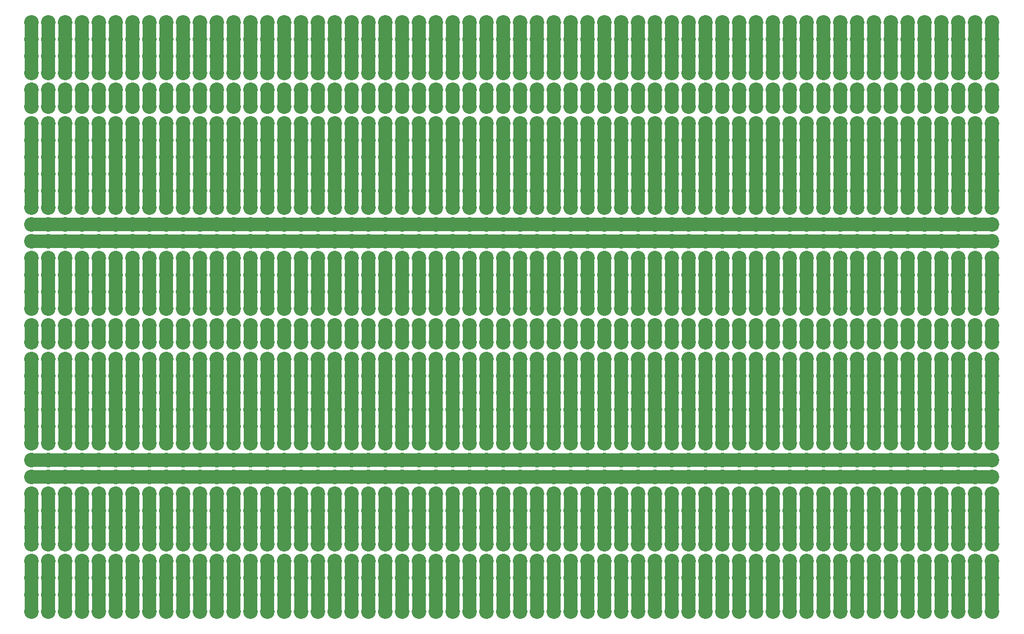
<source format=gbr>
%TF.GenerationSoftware,KiCad,Pcbnew,(5.1.8)-1*%
%TF.CreationDate,2022-01-26T04:19:40+03:00*%
%TF.ProjectId,Proto100x150,50726f74-6f31-4303-9078-3135302e6b69,rev?*%
%TF.SameCoordinates,Original*%
%TF.FileFunction,Copper,L2,Bot*%
%TF.FilePolarity,Positive*%
%FSLAX46Y46*%
G04 Gerber Fmt 4.6, Leading zero omitted, Abs format (unit mm)*
G04 Created by KiCad (PCBNEW (5.1.8)-1) date 2022-01-26 04:19:40*
%MOMM*%
%LPD*%
G01*
G04 APERTURE LIST*
%TA.AperFunction,ViaPad*%
%ADD10C,2.200000*%
%TD*%
%TA.AperFunction,Conductor*%
%ADD11C,2.000000*%
%TD*%
G04 APERTURE END LIST*
D10*
%TO.N,*%
X33020000Y-132080000D03*
X33020000Y-129540000D03*
X33020000Y-127000000D03*
X33020000Y-124460000D03*
X33020000Y-121920000D03*
X33020000Y-119380000D03*
X33020000Y-116840000D03*
X33020000Y-114300000D03*
X33020000Y-111760000D03*
X33020000Y-109220000D03*
X33020000Y-106680000D03*
X33020000Y-104140000D03*
X33020000Y-101600000D03*
X33020000Y-99060000D03*
X33020000Y-96520000D03*
X33020000Y-93980000D03*
X33020000Y-91440000D03*
X33020000Y-88900000D03*
X33020000Y-86360000D03*
X33020000Y-83820000D03*
X33020000Y-81280000D03*
X33020000Y-76200000D03*
X33020000Y-73660000D03*
X33020000Y-78740000D03*
X33020000Y-60960000D03*
X33020000Y-66040000D03*
X33020000Y-58420000D03*
X33020000Y-68580000D03*
X33020000Y-71120000D03*
X33020000Y-63500000D03*
X33020000Y-55880000D03*
X33020000Y-53340000D03*
X33020000Y-50800000D03*
X33020000Y-48260000D03*
X33020000Y-45720000D03*
X33020000Y-43180000D03*
X35560000Y-60960000D03*
X35560000Y-66040000D03*
X35560000Y-96520000D03*
X35560000Y-88900000D03*
X35560000Y-86360000D03*
X35560000Y-91440000D03*
X35560000Y-58420000D03*
X35560000Y-119380000D03*
X35560000Y-101600000D03*
X35560000Y-121920000D03*
X35560000Y-93980000D03*
X35560000Y-127000000D03*
X35560000Y-129540000D03*
X35560000Y-132080000D03*
X35560000Y-124460000D03*
X35560000Y-111760000D03*
X35560000Y-104140000D03*
X35560000Y-109220000D03*
X35560000Y-116840000D03*
X35560000Y-114300000D03*
X35560000Y-68580000D03*
X35560000Y-83820000D03*
X35560000Y-63500000D03*
X35560000Y-71120000D03*
X35560000Y-106680000D03*
X35560000Y-99060000D03*
X35560000Y-48260000D03*
X35560000Y-53340000D03*
X35560000Y-55880000D03*
X35560000Y-45720000D03*
X35560000Y-43180000D03*
X35560000Y-76200000D03*
X35560000Y-78740000D03*
X35560000Y-81280000D03*
X35560000Y-73660000D03*
X35560000Y-50800000D03*
X38100000Y-60960000D03*
X38100000Y-66040000D03*
X38100000Y-96520000D03*
X38100000Y-88900000D03*
X38100000Y-86360000D03*
X38100000Y-91440000D03*
X38100000Y-58420000D03*
X38100000Y-119380000D03*
X38100000Y-101600000D03*
X38100000Y-121920000D03*
X38100000Y-93980000D03*
X38100000Y-127000000D03*
X38100000Y-129540000D03*
X38100000Y-132080000D03*
X38100000Y-124460000D03*
X38100000Y-111760000D03*
X38100000Y-104140000D03*
X38100000Y-109220000D03*
X38100000Y-116840000D03*
X38100000Y-114300000D03*
X38100000Y-68580000D03*
X38100000Y-83820000D03*
X38100000Y-63500000D03*
X38100000Y-71120000D03*
X38100000Y-106680000D03*
X38100000Y-99060000D03*
X38100000Y-48260000D03*
X38100000Y-53340000D03*
X38100000Y-55880000D03*
X38100000Y-45720000D03*
X38100000Y-43180000D03*
X38100000Y-76200000D03*
X38100000Y-78740000D03*
X38100000Y-81280000D03*
X38100000Y-73660000D03*
X38100000Y-50800000D03*
X40640000Y-60960000D03*
X40640000Y-66040000D03*
X40640000Y-96520000D03*
X40640000Y-88900000D03*
X40640000Y-86360000D03*
X40640000Y-91440000D03*
X40640000Y-58420000D03*
X40640000Y-119380000D03*
X40640000Y-101600000D03*
X40640000Y-121920000D03*
X40640000Y-93980000D03*
X40640000Y-127000000D03*
X40640000Y-129540000D03*
X40640000Y-132080000D03*
X40640000Y-124460000D03*
X40640000Y-111760000D03*
X40640000Y-104140000D03*
X40640000Y-109220000D03*
X40640000Y-116840000D03*
X40640000Y-114300000D03*
X40640000Y-68580000D03*
X40640000Y-83820000D03*
X40640000Y-63500000D03*
X40640000Y-71120000D03*
X40640000Y-106680000D03*
X40640000Y-99060000D03*
X40640000Y-48260000D03*
X40640000Y-53340000D03*
X40640000Y-55880000D03*
X40640000Y-45720000D03*
X40640000Y-43180000D03*
X40640000Y-76200000D03*
X40640000Y-78740000D03*
X40640000Y-81280000D03*
X40640000Y-73660000D03*
X40640000Y-50800000D03*
X43180000Y-60960000D03*
X43180000Y-66040000D03*
X43180000Y-96520000D03*
X43180000Y-88900000D03*
X43180000Y-86360000D03*
X43180000Y-91440000D03*
X43180000Y-58420000D03*
X43180000Y-119380000D03*
X43180000Y-101600000D03*
X43180000Y-121920000D03*
X43180000Y-93980000D03*
X43180000Y-127000000D03*
X43180000Y-129540000D03*
X43180000Y-132080000D03*
X43180000Y-124460000D03*
X43180000Y-111760000D03*
X43180000Y-104140000D03*
X43180000Y-109220000D03*
X43180000Y-116840000D03*
X43180000Y-114300000D03*
X43180000Y-68580000D03*
X43180000Y-83820000D03*
X43180000Y-63500000D03*
X43180000Y-71120000D03*
X43180000Y-106680000D03*
X43180000Y-99060000D03*
X43180000Y-48260000D03*
X43180000Y-53340000D03*
X43180000Y-55880000D03*
X43180000Y-45720000D03*
X43180000Y-43180000D03*
X43180000Y-76200000D03*
X43180000Y-78740000D03*
X43180000Y-81280000D03*
X43180000Y-73660000D03*
X43180000Y-50800000D03*
X50800000Y-68580000D03*
X50800000Y-63500000D03*
X50800000Y-71120000D03*
X50800000Y-83820000D03*
X50800000Y-106680000D03*
X50800000Y-99060000D03*
X50800000Y-48260000D03*
X50800000Y-53340000D03*
X50800000Y-55880000D03*
X50800000Y-45720000D03*
X50800000Y-43180000D03*
X50800000Y-76200000D03*
X50800000Y-78740000D03*
X50800000Y-81280000D03*
X50800000Y-73660000D03*
X50800000Y-50800000D03*
X53340000Y-96520000D03*
X53340000Y-60960000D03*
X53340000Y-66040000D03*
X53340000Y-88900000D03*
X53340000Y-86360000D03*
X53340000Y-91440000D03*
X53340000Y-58420000D03*
X53340000Y-119380000D03*
X53340000Y-101600000D03*
X53340000Y-121920000D03*
X53340000Y-93980000D03*
X53340000Y-127000000D03*
X53340000Y-129540000D03*
X53340000Y-132080000D03*
X53340000Y-124460000D03*
X53340000Y-111760000D03*
X53340000Y-104140000D03*
X53340000Y-109220000D03*
X53340000Y-116840000D03*
X53340000Y-114300000D03*
X53340000Y-68580000D03*
X53340000Y-83820000D03*
X53340000Y-63500000D03*
X53340000Y-71120000D03*
X53340000Y-106680000D03*
X53340000Y-55880000D03*
X53340000Y-48260000D03*
X53340000Y-99060000D03*
X53340000Y-53340000D03*
X53340000Y-45720000D03*
X53340000Y-43180000D03*
X53340000Y-76200000D03*
X53340000Y-78740000D03*
X53340000Y-81280000D03*
X53340000Y-73660000D03*
X53340000Y-50800000D03*
X55880000Y-66040000D03*
X55880000Y-60960000D03*
X48260000Y-91440000D03*
X45720000Y-60960000D03*
X48260000Y-101600000D03*
X48260000Y-119380000D03*
X48260000Y-132080000D03*
X45720000Y-66040000D03*
X45720000Y-96520000D03*
X45720000Y-88900000D03*
X48260000Y-58420000D03*
X45720000Y-86360000D03*
X48260000Y-86360000D03*
X45720000Y-91440000D03*
X48260000Y-93980000D03*
X45720000Y-58420000D03*
X48260000Y-96520000D03*
X45720000Y-119380000D03*
X45720000Y-101600000D03*
X45720000Y-121920000D03*
X48260000Y-129540000D03*
X45720000Y-93980000D03*
X45720000Y-127000000D03*
X45720000Y-129540000D03*
X48260000Y-121920000D03*
X48260000Y-88900000D03*
X48260000Y-127000000D03*
X48260000Y-114300000D03*
X45720000Y-132080000D03*
X48260000Y-124460000D03*
X45720000Y-124460000D03*
X45720000Y-111760000D03*
X48260000Y-66040000D03*
X48260000Y-109220000D03*
X48260000Y-60960000D03*
X45720000Y-104140000D03*
X45720000Y-109220000D03*
X45720000Y-116840000D03*
X45720000Y-114300000D03*
X45720000Y-68580000D03*
X45720000Y-83820000D03*
X45720000Y-63500000D03*
X45720000Y-71120000D03*
X45720000Y-106680000D03*
X45720000Y-99060000D03*
X48260000Y-104140000D03*
X48260000Y-111760000D03*
X48260000Y-116840000D03*
X50800000Y-58420000D03*
X48260000Y-106680000D03*
X45720000Y-48260000D03*
X45720000Y-53340000D03*
X45720000Y-55880000D03*
X48260000Y-71120000D03*
X45720000Y-45720000D03*
X48260000Y-55880000D03*
X48260000Y-43180000D03*
X50800000Y-86360000D03*
X50800000Y-127000000D03*
X48260000Y-68580000D03*
X50800000Y-66040000D03*
X48260000Y-50800000D03*
X45720000Y-43180000D03*
X50800000Y-129540000D03*
X45720000Y-76200000D03*
X50800000Y-93980000D03*
X50800000Y-101600000D03*
X45720000Y-78740000D03*
X48260000Y-76200000D03*
X50800000Y-60960000D03*
X50800000Y-121920000D03*
X45720000Y-81280000D03*
X45720000Y-73660000D03*
X48260000Y-78740000D03*
X48260000Y-73660000D03*
X48260000Y-81280000D03*
X50800000Y-96520000D03*
X50800000Y-88900000D03*
X50800000Y-119380000D03*
X50800000Y-91440000D03*
X48260000Y-83820000D03*
X45720000Y-50800000D03*
X48260000Y-45720000D03*
X50800000Y-132080000D03*
X48260000Y-99060000D03*
X48260000Y-63500000D03*
X48260000Y-48260000D03*
X48260000Y-53340000D03*
X50800000Y-124460000D03*
X50800000Y-111760000D03*
X50800000Y-114300000D03*
X50800000Y-109220000D03*
X50800000Y-104140000D03*
X50800000Y-116840000D03*
X55880000Y-96520000D03*
X55880000Y-88900000D03*
X55880000Y-86360000D03*
X55880000Y-91440000D03*
X55880000Y-58420000D03*
X55880000Y-119380000D03*
X55880000Y-101600000D03*
X55880000Y-121920000D03*
X55880000Y-93980000D03*
X55880000Y-127000000D03*
X55880000Y-129540000D03*
X55880000Y-132080000D03*
X55880000Y-124460000D03*
X55880000Y-111760000D03*
X55880000Y-104140000D03*
X55880000Y-109220000D03*
X55880000Y-116840000D03*
X55880000Y-114300000D03*
X55880000Y-68580000D03*
X55880000Y-83820000D03*
X55880000Y-63500000D03*
X55880000Y-71120000D03*
X55880000Y-106680000D03*
X55880000Y-99060000D03*
X55880000Y-48260000D03*
X55880000Y-53340000D03*
X55880000Y-55880000D03*
X55880000Y-45720000D03*
X55880000Y-43180000D03*
X55880000Y-76200000D03*
X55880000Y-78740000D03*
X55880000Y-81280000D03*
X55880000Y-73660000D03*
X55880000Y-50800000D03*
X63500000Y-68580000D03*
X63500000Y-63500000D03*
X63500000Y-71120000D03*
X63500000Y-83820000D03*
X63500000Y-106680000D03*
X63500000Y-99060000D03*
X63500000Y-48260000D03*
X63500000Y-53340000D03*
X63500000Y-55880000D03*
X63500000Y-45720000D03*
X63500000Y-43180000D03*
X63500000Y-76200000D03*
X63500000Y-78740000D03*
X63500000Y-81280000D03*
X63500000Y-73660000D03*
X63500000Y-50800000D03*
X66040000Y-96520000D03*
X66040000Y-60960000D03*
X66040000Y-66040000D03*
X66040000Y-88900000D03*
X66040000Y-86360000D03*
X66040000Y-91440000D03*
X66040000Y-58420000D03*
X66040000Y-119380000D03*
X66040000Y-101600000D03*
X66040000Y-121920000D03*
X66040000Y-93980000D03*
X66040000Y-127000000D03*
X66040000Y-129540000D03*
X66040000Y-132080000D03*
X66040000Y-124460000D03*
X66040000Y-111760000D03*
X66040000Y-104140000D03*
X66040000Y-109220000D03*
X66040000Y-116840000D03*
X66040000Y-114300000D03*
X66040000Y-68580000D03*
X66040000Y-83820000D03*
X66040000Y-63500000D03*
X66040000Y-71120000D03*
X66040000Y-106680000D03*
X66040000Y-55880000D03*
X66040000Y-48260000D03*
X66040000Y-99060000D03*
X66040000Y-53340000D03*
X66040000Y-45720000D03*
X66040000Y-43180000D03*
X66040000Y-76200000D03*
X66040000Y-78740000D03*
X66040000Y-81280000D03*
X66040000Y-73660000D03*
X66040000Y-50800000D03*
X68580000Y-66040000D03*
X68580000Y-60960000D03*
X60960000Y-91440000D03*
X58420000Y-60960000D03*
X60960000Y-101600000D03*
X60960000Y-119380000D03*
X60960000Y-132080000D03*
X58420000Y-66040000D03*
X58420000Y-96520000D03*
X58420000Y-88900000D03*
X60960000Y-58420000D03*
X58420000Y-86360000D03*
X60960000Y-86360000D03*
X58420000Y-91440000D03*
X60960000Y-93980000D03*
X58420000Y-58420000D03*
X60960000Y-96520000D03*
X58420000Y-119380000D03*
X58420000Y-101600000D03*
X58420000Y-121920000D03*
X60960000Y-129540000D03*
X58420000Y-93980000D03*
X58420000Y-127000000D03*
X58420000Y-129540000D03*
X60960000Y-121920000D03*
X60960000Y-88900000D03*
X60960000Y-127000000D03*
X60960000Y-114300000D03*
X58420000Y-132080000D03*
X60960000Y-124460000D03*
X58420000Y-124460000D03*
X58420000Y-111760000D03*
X60960000Y-66040000D03*
X60960000Y-109220000D03*
X60960000Y-60960000D03*
X58420000Y-104140000D03*
X58420000Y-109220000D03*
X58420000Y-116840000D03*
X58420000Y-114300000D03*
X58420000Y-68580000D03*
X58420000Y-83820000D03*
X58420000Y-63500000D03*
X58420000Y-71120000D03*
X58420000Y-106680000D03*
X58420000Y-99060000D03*
X60960000Y-104140000D03*
X60960000Y-111760000D03*
X60960000Y-116840000D03*
X63500000Y-58420000D03*
X60960000Y-106680000D03*
X58420000Y-48260000D03*
X58420000Y-53340000D03*
X58420000Y-55880000D03*
X60960000Y-71120000D03*
X58420000Y-45720000D03*
X60960000Y-55880000D03*
X60960000Y-43180000D03*
X63500000Y-86360000D03*
X63500000Y-127000000D03*
X60960000Y-68580000D03*
X63500000Y-66040000D03*
X60960000Y-50800000D03*
X58420000Y-43180000D03*
X63500000Y-129540000D03*
X58420000Y-76200000D03*
X63500000Y-93980000D03*
X63500000Y-101600000D03*
X58420000Y-78740000D03*
X60960000Y-76200000D03*
X63500000Y-60960000D03*
X63500000Y-121920000D03*
X58420000Y-81280000D03*
X58420000Y-73660000D03*
X60960000Y-78740000D03*
X60960000Y-73660000D03*
X60960000Y-81280000D03*
X63500000Y-96520000D03*
X63500000Y-88900000D03*
X63500000Y-119380000D03*
X63500000Y-91440000D03*
X60960000Y-83820000D03*
X58420000Y-50800000D03*
X60960000Y-45720000D03*
X63500000Y-132080000D03*
X60960000Y-99060000D03*
X60960000Y-63500000D03*
X60960000Y-48260000D03*
X60960000Y-53340000D03*
X63500000Y-124460000D03*
X63500000Y-111760000D03*
X63500000Y-114300000D03*
X63500000Y-109220000D03*
X63500000Y-104140000D03*
X63500000Y-116840000D03*
X68580000Y-96520000D03*
X68580000Y-88900000D03*
X68580000Y-86360000D03*
X68580000Y-91440000D03*
X68580000Y-58420000D03*
X68580000Y-119380000D03*
X68580000Y-101600000D03*
X68580000Y-121920000D03*
X68580000Y-93980000D03*
X68580000Y-127000000D03*
X68580000Y-129540000D03*
X68580000Y-132080000D03*
X68580000Y-124460000D03*
X68580000Y-111760000D03*
X68580000Y-104140000D03*
X68580000Y-109220000D03*
X68580000Y-116840000D03*
X68580000Y-114300000D03*
X68580000Y-68580000D03*
X68580000Y-83820000D03*
X68580000Y-63500000D03*
X68580000Y-71120000D03*
X68580000Y-106680000D03*
X68580000Y-99060000D03*
X68580000Y-48260000D03*
X68580000Y-53340000D03*
X68580000Y-55880000D03*
X68580000Y-45720000D03*
X68580000Y-43180000D03*
X68580000Y-76200000D03*
X68580000Y-78740000D03*
X68580000Y-81280000D03*
X68580000Y-73660000D03*
X68580000Y-50800000D03*
X76200000Y-68580000D03*
X76200000Y-63500000D03*
X76200000Y-71120000D03*
X76200000Y-83820000D03*
X76200000Y-106680000D03*
X76200000Y-99060000D03*
X76200000Y-48260000D03*
X76200000Y-53340000D03*
X76200000Y-55880000D03*
X76200000Y-45720000D03*
X76200000Y-43180000D03*
X76200000Y-76200000D03*
X76200000Y-78740000D03*
X76200000Y-81280000D03*
X76200000Y-73660000D03*
X76200000Y-50800000D03*
X78740000Y-96520000D03*
X78740000Y-60960000D03*
X78740000Y-66040000D03*
X78740000Y-88900000D03*
X78740000Y-86360000D03*
X78740000Y-91440000D03*
X78740000Y-58420000D03*
X78740000Y-119380000D03*
X78740000Y-101600000D03*
X78740000Y-121920000D03*
X78740000Y-93980000D03*
X78740000Y-127000000D03*
X78740000Y-129540000D03*
X78740000Y-132080000D03*
X78740000Y-124460000D03*
X78740000Y-111760000D03*
X78740000Y-104140000D03*
X78740000Y-109220000D03*
X78740000Y-116840000D03*
X78740000Y-114300000D03*
X78740000Y-68580000D03*
X78740000Y-83820000D03*
X78740000Y-63500000D03*
X78740000Y-71120000D03*
X78740000Y-106680000D03*
X78740000Y-55880000D03*
X78740000Y-48260000D03*
X78740000Y-99060000D03*
X78740000Y-53340000D03*
X78740000Y-45720000D03*
X78740000Y-43180000D03*
X78740000Y-76200000D03*
X78740000Y-78740000D03*
X78740000Y-81280000D03*
X78740000Y-73660000D03*
X78740000Y-50800000D03*
X81280000Y-66040000D03*
X81280000Y-60960000D03*
X73660000Y-91440000D03*
X71120000Y-60960000D03*
X73660000Y-101600000D03*
X73660000Y-119380000D03*
X73660000Y-132080000D03*
X71120000Y-66040000D03*
X71120000Y-96520000D03*
X71120000Y-88900000D03*
X73660000Y-58420000D03*
X71120000Y-86360000D03*
X73660000Y-86360000D03*
X71120000Y-91440000D03*
X73660000Y-93980000D03*
X71120000Y-58420000D03*
X73660000Y-96520000D03*
X71120000Y-119380000D03*
X71120000Y-101600000D03*
X71120000Y-121920000D03*
X73660000Y-129540000D03*
X71120000Y-93980000D03*
X71120000Y-127000000D03*
X71120000Y-129540000D03*
X73660000Y-121920000D03*
X73660000Y-88900000D03*
X73660000Y-127000000D03*
X73660000Y-114300000D03*
X71120000Y-132080000D03*
X73660000Y-124460000D03*
X71120000Y-124460000D03*
X71120000Y-111760000D03*
X73660000Y-66040000D03*
X73660000Y-109220000D03*
X73660000Y-60960000D03*
X71120000Y-104140000D03*
X71120000Y-109220000D03*
X71120000Y-116840000D03*
X71120000Y-114300000D03*
X71120000Y-68580000D03*
X71120000Y-83820000D03*
X71120000Y-63500000D03*
X71120000Y-71120000D03*
X71120000Y-106680000D03*
X71120000Y-99060000D03*
X73660000Y-104140000D03*
X73660000Y-111760000D03*
X73660000Y-116840000D03*
X76200000Y-58420000D03*
X73660000Y-106680000D03*
X71120000Y-48260000D03*
X71120000Y-53340000D03*
X71120000Y-55880000D03*
X73660000Y-71120000D03*
X71120000Y-45720000D03*
X73660000Y-55880000D03*
X73660000Y-43180000D03*
X76200000Y-86360000D03*
X76200000Y-127000000D03*
X73660000Y-68580000D03*
X76200000Y-66040000D03*
X73660000Y-50800000D03*
X71120000Y-43180000D03*
X76200000Y-129540000D03*
X71120000Y-76200000D03*
X76200000Y-93980000D03*
X76200000Y-101600000D03*
X71120000Y-78740000D03*
X73660000Y-76200000D03*
X76200000Y-60960000D03*
X76200000Y-121920000D03*
X71120000Y-81280000D03*
X71120000Y-73660000D03*
X73660000Y-78740000D03*
X73660000Y-73660000D03*
X73660000Y-81280000D03*
X76200000Y-96520000D03*
X76200000Y-88900000D03*
X76200000Y-119380000D03*
X76200000Y-91440000D03*
X73660000Y-83820000D03*
X71120000Y-50800000D03*
X73660000Y-45720000D03*
X76200000Y-132080000D03*
X73660000Y-99060000D03*
X73660000Y-63500000D03*
X73660000Y-48260000D03*
X73660000Y-53340000D03*
X76200000Y-124460000D03*
X76200000Y-111760000D03*
X76200000Y-114300000D03*
X76200000Y-109220000D03*
X76200000Y-104140000D03*
X76200000Y-116840000D03*
X81280000Y-96520000D03*
X81280000Y-88900000D03*
X81280000Y-86360000D03*
X81280000Y-91440000D03*
X81280000Y-58420000D03*
X81280000Y-119380000D03*
X81280000Y-101600000D03*
X81280000Y-121920000D03*
X81280000Y-93980000D03*
X81280000Y-127000000D03*
X81280000Y-129540000D03*
X81280000Y-132080000D03*
X81280000Y-124460000D03*
X81280000Y-111760000D03*
X81280000Y-104140000D03*
X81280000Y-109220000D03*
X81280000Y-116840000D03*
X81280000Y-114300000D03*
X81280000Y-68580000D03*
X81280000Y-83820000D03*
X81280000Y-63500000D03*
X81280000Y-71120000D03*
X81280000Y-106680000D03*
X81280000Y-99060000D03*
X81280000Y-48260000D03*
X81280000Y-53340000D03*
X81280000Y-55880000D03*
X81280000Y-45720000D03*
X81280000Y-43180000D03*
X81280000Y-76200000D03*
X81280000Y-78740000D03*
X81280000Y-81280000D03*
X81280000Y-73660000D03*
X81280000Y-50800000D03*
X88900000Y-68580000D03*
X88900000Y-63500000D03*
X88900000Y-71120000D03*
X88900000Y-83820000D03*
X88900000Y-106680000D03*
X88900000Y-99060000D03*
X88900000Y-48260000D03*
X88900000Y-53340000D03*
X88900000Y-55880000D03*
X88900000Y-45720000D03*
X88900000Y-43180000D03*
X88900000Y-76200000D03*
X88900000Y-78740000D03*
X88900000Y-81280000D03*
X88900000Y-73660000D03*
X88900000Y-50800000D03*
X91440000Y-96520000D03*
X91440000Y-60960000D03*
X91440000Y-66040000D03*
X91440000Y-88900000D03*
X91440000Y-86360000D03*
X91440000Y-91440000D03*
X91440000Y-58420000D03*
X91440000Y-119380000D03*
X91440000Y-101600000D03*
X91440000Y-121920000D03*
X91440000Y-93980000D03*
X91440000Y-127000000D03*
X91440000Y-129540000D03*
X91440000Y-132080000D03*
X91440000Y-124460000D03*
X91440000Y-111760000D03*
X91440000Y-104140000D03*
X91440000Y-109220000D03*
X91440000Y-116840000D03*
X91440000Y-114300000D03*
X91440000Y-68580000D03*
X91440000Y-83820000D03*
X91440000Y-63500000D03*
X91440000Y-71120000D03*
X91440000Y-106680000D03*
X91440000Y-55880000D03*
X91440000Y-48260000D03*
X91440000Y-99060000D03*
X91440000Y-53340000D03*
X91440000Y-45720000D03*
X91440000Y-43180000D03*
X91440000Y-76200000D03*
X91440000Y-78740000D03*
X91440000Y-81280000D03*
X91440000Y-73660000D03*
X91440000Y-50800000D03*
X93980000Y-66040000D03*
X93980000Y-60960000D03*
X86360000Y-91440000D03*
X83820000Y-60960000D03*
X86360000Y-101600000D03*
X86360000Y-119380000D03*
X86360000Y-132080000D03*
X83820000Y-66040000D03*
X83820000Y-96520000D03*
X83820000Y-88900000D03*
X86360000Y-58420000D03*
X83820000Y-86360000D03*
X86360000Y-86360000D03*
X83820000Y-91440000D03*
X86360000Y-93980000D03*
X83820000Y-58420000D03*
X86360000Y-96520000D03*
X83820000Y-119380000D03*
X83820000Y-101600000D03*
X83820000Y-121920000D03*
X86360000Y-129540000D03*
X83820000Y-93980000D03*
X83820000Y-127000000D03*
X83820000Y-129540000D03*
X86360000Y-121920000D03*
X86360000Y-88900000D03*
X86360000Y-127000000D03*
X86360000Y-114300000D03*
X83820000Y-132080000D03*
X86360000Y-124460000D03*
X83820000Y-124460000D03*
X83820000Y-111760000D03*
X86360000Y-66040000D03*
X86360000Y-109220000D03*
X86360000Y-60960000D03*
X83820000Y-104140000D03*
X83820000Y-109220000D03*
X83820000Y-116840000D03*
X83820000Y-114300000D03*
X83820000Y-68580000D03*
X83820000Y-83820000D03*
X83820000Y-63500000D03*
X83820000Y-71120000D03*
X83820000Y-106680000D03*
X83820000Y-99060000D03*
X86360000Y-104140000D03*
X86360000Y-111760000D03*
X86360000Y-116840000D03*
X88900000Y-58420000D03*
X86360000Y-106680000D03*
X83820000Y-48260000D03*
X83820000Y-53340000D03*
X83820000Y-55880000D03*
X86360000Y-71120000D03*
X83820000Y-45720000D03*
X86360000Y-55880000D03*
X86360000Y-43180000D03*
X88900000Y-86360000D03*
X88900000Y-127000000D03*
X86360000Y-68580000D03*
X88900000Y-66040000D03*
X86360000Y-50800000D03*
X83820000Y-43180000D03*
X88900000Y-129540000D03*
X83820000Y-76200000D03*
X88900000Y-93980000D03*
X88900000Y-101600000D03*
X83820000Y-78740000D03*
X86360000Y-76200000D03*
X88900000Y-60960000D03*
X88900000Y-121920000D03*
X83820000Y-81280000D03*
X83820000Y-73660000D03*
X86360000Y-78740000D03*
X86360000Y-73660000D03*
X86360000Y-81280000D03*
X88900000Y-96520000D03*
X88900000Y-88900000D03*
X88900000Y-119380000D03*
X88900000Y-91440000D03*
X86360000Y-83820000D03*
X83820000Y-50800000D03*
X86360000Y-45720000D03*
X88900000Y-132080000D03*
X86360000Y-99060000D03*
X86360000Y-63500000D03*
X86360000Y-48260000D03*
X86360000Y-53340000D03*
X88900000Y-124460000D03*
X88900000Y-111760000D03*
X88900000Y-114300000D03*
X88900000Y-109220000D03*
X88900000Y-104140000D03*
X88900000Y-116840000D03*
X93980000Y-96520000D03*
X93980000Y-88900000D03*
X93980000Y-86360000D03*
X93980000Y-91440000D03*
X93980000Y-58420000D03*
X93980000Y-119380000D03*
X93980000Y-101600000D03*
X93980000Y-121920000D03*
X93980000Y-93980000D03*
X93980000Y-127000000D03*
X93980000Y-129540000D03*
X93980000Y-132080000D03*
X93980000Y-124460000D03*
X93980000Y-111760000D03*
X93980000Y-104140000D03*
X93980000Y-109220000D03*
X93980000Y-116840000D03*
X93980000Y-114300000D03*
X93980000Y-68580000D03*
X93980000Y-83820000D03*
X93980000Y-63500000D03*
X93980000Y-71120000D03*
X93980000Y-106680000D03*
X93980000Y-99060000D03*
X93980000Y-48260000D03*
X93980000Y-53340000D03*
X93980000Y-55880000D03*
X93980000Y-45720000D03*
X93980000Y-43180000D03*
X93980000Y-76200000D03*
X93980000Y-78740000D03*
X93980000Y-81280000D03*
X93980000Y-73660000D03*
X93980000Y-50800000D03*
X101600000Y-68580000D03*
X101600000Y-63500000D03*
X101600000Y-71120000D03*
X101600000Y-83820000D03*
X139700000Y-99060000D03*
X139700000Y-48260000D03*
X139700000Y-53340000D03*
X139700000Y-55880000D03*
X139700000Y-45720000D03*
X139700000Y-43180000D03*
X139700000Y-76200000D03*
X139700000Y-78740000D03*
X139700000Y-81280000D03*
X139700000Y-73660000D03*
X139700000Y-50800000D03*
X142240000Y-96520000D03*
X142240000Y-60960000D03*
X142240000Y-66040000D03*
X142240000Y-88900000D03*
X142240000Y-86360000D03*
X142240000Y-91440000D03*
X142240000Y-58420000D03*
X142240000Y-119380000D03*
X142240000Y-101600000D03*
X142240000Y-121920000D03*
X142240000Y-93980000D03*
X142240000Y-127000000D03*
X142240000Y-129540000D03*
X142240000Y-132080000D03*
X142240000Y-124460000D03*
X142240000Y-111760000D03*
X142240000Y-104140000D03*
X142240000Y-109220000D03*
X142240000Y-116840000D03*
X142240000Y-114300000D03*
X142240000Y-68580000D03*
X142240000Y-83820000D03*
X142240000Y-63500000D03*
X142240000Y-71120000D03*
X142240000Y-106680000D03*
X142240000Y-55880000D03*
X142240000Y-48260000D03*
X142240000Y-99060000D03*
X142240000Y-53340000D03*
X142240000Y-45720000D03*
X142240000Y-43180000D03*
X142240000Y-76200000D03*
X142240000Y-78740000D03*
X142240000Y-81280000D03*
X142240000Y-73660000D03*
X142240000Y-50800000D03*
X144780000Y-66040000D03*
X144780000Y-60960000D03*
X137160000Y-91440000D03*
X134620000Y-60960000D03*
X137160000Y-101600000D03*
X137160000Y-119380000D03*
X137160000Y-132080000D03*
X134620000Y-66040000D03*
X134620000Y-96520000D03*
X134620000Y-88900000D03*
X137160000Y-58420000D03*
X134620000Y-86360000D03*
X137160000Y-86360000D03*
X134620000Y-91440000D03*
X137160000Y-93980000D03*
X134620000Y-58420000D03*
X137160000Y-96520000D03*
X134620000Y-119380000D03*
X134620000Y-101600000D03*
X134620000Y-121920000D03*
X137160000Y-129540000D03*
X134620000Y-93980000D03*
X134620000Y-127000000D03*
X134620000Y-129540000D03*
X137160000Y-121920000D03*
X137160000Y-88900000D03*
X137160000Y-127000000D03*
X137160000Y-114300000D03*
X134620000Y-132080000D03*
X137160000Y-124460000D03*
X134620000Y-124460000D03*
X134620000Y-111760000D03*
X137160000Y-66040000D03*
X137160000Y-109220000D03*
X137160000Y-60960000D03*
X134620000Y-104140000D03*
X134620000Y-109220000D03*
X134620000Y-116840000D03*
X134620000Y-114300000D03*
X134620000Y-68580000D03*
X134620000Y-83820000D03*
X134620000Y-63500000D03*
X134620000Y-71120000D03*
X134620000Y-106680000D03*
X134620000Y-99060000D03*
X137160000Y-104140000D03*
X137160000Y-111760000D03*
X137160000Y-116840000D03*
X139700000Y-58420000D03*
X137160000Y-106680000D03*
X134620000Y-48260000D03*
X134620000Y-53340000D03*
X134620000Y-55880000D03*
X101600000Y-106680000D03*
X101600000Y-99060000D03*
X101600000Y-48260000D03*
X101600000Y-53340000D03*
X101600000Y-55880000D03*
X101600000Y-45720000D03*
X101600000Y-43180000D03*
X101600000Y-76200000D03*
X101600000Y-78740000D03*
X101600000Y-81280000D03*
X101600000Y-73660000D03*
X101600000Y-50800000D03*
X104140000Y-96520000D03*
X104140000Y-60960000D03*
X104140000Y-66040000D03*
X104140000Y-88900000D03*
X104140000Y-86360000D03*
X104140000Y-91440000D03*
X104140000Y-58420000D03*
X104140000Y-119380000D03*
X104140000Y-101600000D03*
X104140000Y-121920000D03*
X104140000Y-93980000D03*
X104140000Y-127000000D03*
X104140000Y-129540000D03*
X104140000Y-132080000D03*
X104140000Y-124460000D03*
X104140000Y-111760000D03*
X104140000Y-104140000D03*
X104140000Y-109220000D03*
X104140000Y-116840000D03*
X104140000Y-114300000D03*
X104140000Y-68580000D03*
X104140000Y-83820000D03*
X104140000Y-63500000D03*
X104140000Y-71120000D03*
X104140000Y-106680000D03*
X104140000Y-55880000D03*
X104140000Y-48260000D03*
X104140000Y-99060000D03*
X104140000Y-53340000D03*
X104140000Y-45720000D03*
X104140000Y-43180000D03*
X104140000Y-76200000D03*
X104140000Y-78740000D03*
X104140000Y-81280000D03*
X104140000Y-73660000D03*
X104140000Y-50800000D03*
X106680000Y-66040000D03*
X106680000Y-60960000D03*
X99060000Y-91440000D03*
X96520000Y-60960000D03*
X99060000Y-101600000D03*
X99060000Y-119380000D03*
X99060000Y-132080000D03*
X96520000Y-66040000D03*
X96520000Y-96520000D03*
X96520000Y-88900000D03*
X99060000Y-58420000D03*
X96520000Y-86360000D03*
X99060000Y-86360000D03*
X96520000Y-91440000D03*
X99060000Y-93980000D03*
X96520000Y-58420000D03*
X99060000Y-96520000D03*
X96520000Y-119380000D03*
X96520000Y-101600000D03*
X96520000Y-121920000D03*
X99060000Y-129540000D03*
X96520000Y-93980000D03*
X96520000Y-127000000D03*
X96520000Y-129540000D03*
X99060000Y-121920000D03*
X99060000Y-88900000D03*
X99060000Y-127000000D03*
X99060000Y-114300000D03*
X96520000Y-132080000D03*
X99060000Y-124460000D03*
X96520000Y-124460000D03*
X96520000Y-111760000D03*
X99060000Y-66040000D03*
X99060000Y-109220000D03*
X99060000Y-60960000D03*
X96520000Y-104140000D03*
X96520000Y-109220000D03*
X96520000Y-116840000D03*
X96520000Y-114300000D03*
X96520000Y-68580000D03*
X96520000Y-83820000D03*
X96520000Y-63500000D03*
X96520000Y-71120000D03*
X96520000Y-106680000D03*
X96520000Y-99060000D03*
X99060000Y-104140000D03*
X99060000Y-111760000D03*
X99060000Y-116840000D03*
X116840000Y-96520000D03*
X116840000Y-60960000D03*
X116840000Y-66040000D03*
X116840000Y-88900000D03*
X116840000Y-86360000D03*
X116840000Y-91440000D03*
X116840000Y-58420000D03*
X116840000Y-119380000D03*
X116840000Y-101600000D03*
X116840000Y-121920000D03*
X116840000Y-93980000D03*
X116840000Y-127000000D03*
X116840000Y-129540000D03*
X116840000Y-132080000D03*
X116840000Y-124460000D03*
X116840000Y-111760000D03*
X116840000Y-104140000D03*
X116840000Y-109220000D03*
X116840000Y-116840000D03*
X116840000Y-114300000D03*
X116840000Y-68580000D03*
X116840000Y-83820000D03*
X116840000Y-63500000D03*
X116840000Y-71120000D03*
X116840000Y-106680000D03*
X116840000Y-55880000D03*
X116840000Y-48260000D03*
X116840000Y-99060000D03*
X116840000Y-53340000D03*
X116840000Y-45720000D03*
X116840000Y-43180000D03*
X116840000Y-76200000D03*
X116840000Y-78740000D03*
X116840000Y-81280000D03*
X116840000Y-73660000D03*
X116840000Y-50800000D03*
X119380000Y-66040000D03*
X119380000Y-60960000D03*
X111760000Y-91440000D03*
X109220000Y-60960000D03*
X111760000Y-101600000D03*
X111760000Y-119380000D03*
X111760000Y-132080000D03*
X109220000Y-66040000D03*
X109220000Y-96520000D03*
X109220000Y-88900000D03*
X111760000Y-58420000D03*
X109220000Y-86360000D03*
X111760000Y-86360000D03*
X109220000Y-91440000D03*
X129540000Y-68580000D03*
X129540000Y-83820000D03*
X129540000Y-63500000D03*
X129540000Y-71120000D03*
X129540000Y-106680000D03*
X129540000Y-55880000D03*
X129540000Y-48260000D03*
X129540000Y-99060000D03*
X129540000Y-53340000D03*
X129540000Y-45720000D03*
X129540000Y-43180000D03*
X129540000Y-76200000D03*
X129540000Y-78740000D03*
X129540000Y-81280000D03*
X129540000Y-73660000D03*
X129540000Y-50800000D03*
X132080000Y-66040000D03*
X132080000Y-60960000D03*
X124460000Y-91440000D03*
X121920000Y-60960000D03*
X124460000Y-101600000D03*
X124460000Y-119380000D03*
X124460000Y-132080000D03*
X121920000Y-66040000D03*
X121920000Y-96520000D03*
X121920000Y-88900000D03*
X124460000Y-58420000D03*
X121920000Y-86360000D03*
X124460000Y-86360000D03*
X121920000Y-91440000D03*
X124460000Y-93980000D03*
X121920000Y-58420000D03*
X124460000Y-96520000D03*
X121920000Y-119380000D03*
X121920000Y-101600000D03*
X121920000Y-121920000D03*
X124460000Y-129540000D03*
X121920000Y-93980000D03*
X121920000Y-127000000D03*
X121920000Y-129540000D03*
X124460000Y-121920000D03*
X124460000Y-88900000D03*
X124460000Y-127000000D03*
X124460000Y-114300000D03*
X121920000Y-132080000D03*
X124460000Y-124460000D03*
X121920000Y-124460000D03*
X121920000Y-111760000D03*
X124460000Y-66040000D03*
X124460000Y-109220000D03*
X124460000Y-60960000D03*
X121920000Y-104140000D03*
X121920000Y-109220000D03*
X121920000Y-116840000D03*
X121920000Y-114300000D03*
X121920000Y-68580000D03*
X121920000Y-83820000D03*
X121920000Y-63500000D03*
X121920000Y-71120000D03*
X121920000Y-106680000D03*
X121920000Y-99060000D03*
X124460000Y-104140000D03*
X124460000Y-111760000D03*
X124460000Y-116840000D03*
X127000000Y-58420000D03*
X124460000Y-106680000D03*
X121920000Y-48260000D03*
X121920000Y-53340000D03*
X121920000Y-55880000D03*
X124460000Y-71120000D03*
X121920000Y-45720000D03*
X124460000Y-55880000D03*
X124460000Y-43180000D03*
X127000000Y-86360000D03*
X127000000Y-127000000D03*
X124460000Y-68580000D03*
X127000000Y-66040000D03*
X124460000Y-50800000D03*
X121920000Y-43180000D03*
X127000000Y-129540000D03*
X121920000Y-76200000D03*
X127000000Y-93980000D03*
X127000000Y-101600000D03*
X121920000Y-78740000D03*
X124460000Y-76200000D03*
X127000000Y-60960000D03*
X127000000Y-121920000D03*
X121920000Y-81280000D03*
X121920000Y-73660000D03*
X124460000Y-78740000D03*
X124460000Y-73660000D03*
X124460000Y-81280000D03*
X127000000Y-96520000D03*
X127000000Y-88900000D03*
X127000000Y-119380000D03*
X127000000Y-91440000D03*
X124460000Y-83820000D03*
X121920000Y-50800000D03*
X124460000Y-45720000D03*
X127000000Y-132080000D03*
X111760000Y-93980000D03*
X109220000Y-58420000D03*
X111760000Y-96520000D03*
X109220000Y-119380000D03*
X109220000Y-101600000D03*
X109220000Y-121920000D03*
X111760000Y-129540000D03*
X109220000Y-93980000D03*
X109220000Y-127000000D03*
X109220000Y-129540000D03*
X111760000Y-121920000D03*
X111760000Y-88900000D03*
X111760000Y-127000000D03*
X111760000Y-114300000D03*
X109220000Y-132080000D03*
X111760000Y-124460000D03*
X109220000Y-124460000D03*
X109220000Y-111760000D03*
X111760000Y-66040000D03*
X111760000Y-109220000D03*
X111760000Y-60960000D03*
X109220000Y-104140000D03*
X109220000Y-109220000D03*
X109220000Y-116840000D03*
X109220000Y-114300000D03*
X109220000Y-68580000D03*
X109220000Y-83820000D03*
X109220000Y-63500000D03*
X109220000Y-71120000D03*
X109220000Y-106680000D03*
X109220000Y-99060000D03*
X111760000Y-104140000D03*
X111760000Y-111760000D03*
X111760000Y-116840000D03*
X114300000Y-58420000D03*
X111760000Y-106680000D03*
X109220000Y-48260000D03*
X109220000Y-53340000D03*
X109220000Y-55880000D03*
X111760000Y-71120000D03*
X109220000Y-45720000D03*
X111760000Y-55880000D03*
X111760000Y-43180000D03*
X114300000Y-86360000D03*
X114300000Y-127000000D03*
X111760000Y-68580000D03*
X114300000Y-66040000D03*
X111760000Y-50800000D03*
X109220000Y-43180000D03*
X114300000Y-129540000D03*
X109220000Y-76200000D03*
X114300000Y-93980000D03*
X114300000Y-101600000D03*
X109220000Y-78740000D03*
X111760000Y-76200000D03*
X114300000Y-60960000D03*
X114300000Y-121920000D03*
X109220000Y-81280000D03*
X109220000Y-73660000D03*
X111760000Y-78740000D03*
X111760000Y-73660000D03*
X111760000Y-81280000D03*
X114300000Y-96520000D03*
X114300000Y-88900000D03*
X114300000Y-119380000D03*
X114300000Y-91440000D03*
X111760000Y-83820000D03*
X109220000Y-50800000D03*
X111760000Y-45720000D03*
X114300000Y-132080000D03*
X111760000Y-99060000D03*
X111760000Y-63500000D03*
X111760000Y-48260000D03*
X111760000Y-53340000D03*
X114300000Y-124460000D03*
X114300000Y-111760000D03*
X114300000Y-114300000D03*
X114300000Y-109220000D03*
X114300000Y-104140000D03*
X114300000Y-116840000D03*
X119380000Y-96520000D03*
X119380000Y-88900000D03*
X119380000Y-86360000D03*
X119380000Y-91440000D03*
X119380000Y-58420000D03*
X119380000Y-119380000D03*
X119380000Y-101600000D03*
X119380000Y-121920000D03*
X119380000Y-93980000D03*
X119380000Y-127000000D03*
X119380000Y-129540000D03*
X119380000Y-132080000D03*
X119380000Y-124460000D03*
X119380000Y-111760000D03*
X119380000Y-104140000D03*
X119380000Y-109220000D03*
X119380000Y-116840000D03*
X119380000Y-114300000D03*
X119380000Y-68580000D03*
X119380000Y-83820000D03*
X119380000Y-63500000D03*
X119380000Y-71120000D03*
X119380000Y-106680000D03*
X119380000Y-99060000D03*
X119380000Y-48260000D03*
X119380000Y-53340000D03*
X119380000Y-55880000D03*
X119380000Y-45720000D03*
X119380000Y-43180000D03*
X119380000Y-76200000D03*
X119380000Y-78740000D03*
X119380000Y-81280000D03*
X119380000Y-73660000D03*
X119380000Y-50800000D03*
X127000000Y-63500000D03*
X127000000Y-68580000D03*
X127000000Y-71120000D03*
X127000000Y-83820000D03*
X127000000Y-106680000D03*
X127000000Y-99060000D03*
X127000000Y-48260000D03*
X127000000Y-53340000D03*
X127000000Y-55880000D03*
X127000000Y-45720000D03*
X127000000Y-43180000D03*
X127000000Y-76200000D03*
X127000000Y-78740000D03*
X127000000Y-81280000D03*
X127000000Y-73660000D03*
X127000000Y-50800000D03*
X129540000Y-96520000D03*
X129540000Y-60960000D03*
X129540000Y-66040000D03*
X129540000Y-88900000D03*
X129540000Y-86360000D03*
X129540000Y-91440000D03*
X129540000Y-58420000D03*
X129540000Y-119380000D03*
X129540000Y-101600000D03*
X129540000Y-127000000D03*
X129540000Y-93980000D03*
X129540000Y-121920000D03*
X129540000Y-129540000D03*
X129540000Y-132080000D03*
X129540000Y-124460000D03*
X129540000Y-111760000D03*
X129540000Y-104140000D03*
X129540000Y-109220000D03*
X129540000Y-116840000D03*
X129540000Y-114300000D03*
X124460000Y-99060000D03*
X124460000Y-63500000D03*
X124460000Y-48260000D03*
X124460000Y-53340000D03*
X127000000Y-124460000D03*
X127000000Y-111760000D03*
X127000000Y-114300000D03*
X127000000Y-109220000D03*
X127000000Y-104140000D03*
X127000000Y-116840000D03*
X132080000Y-96520000D03*
X132080000Y-88900000D03*
X132080000Y-86360000D03*
X132080000Y-91440000D03*
X132080000Y-58420000D03*
X132080000Y-119380000D03*
X132080000Y-101600000D03*
X132080000Y-121920000D03*
X132080000Y-93980000D03*
X132080000Y-127000000D03*
X132080000Y-129540000D03*
X132080000Y-132080000D03*
X132080000Y-124460000D03*
X132080000Y-111760000D03*
X132080000Y-104140000D03*
X132080000Y-109220000D03*
X132080000Y-116840000D03*
X132080000Y-114300000D03*
X132080000Y-68580000D03*
X132080000Y-83820000D03*
X132080000Y-63500000D03*
X132080000Y-71120000D03*
X132080000Y-106680000D03*
X132080000Y-99060000D03*
X132080000Y-48260000D03*
X132080000Y-53340000D03*
X132080000Y-55880000D03*
X132080000Y-45720000D03*
X132080000Y-43180000D03*
X132080000Y-76200000D03*
X132080000Y-78740000D03*
X132080000Y-81280000D03*
X132080000Y-73660000D03*
X132080000Y-50800000D03*
X139700000Y-68580000D03*
X139700000Y-83820000D03*
X139700000Y-71120000D03*
X139700000Y-63500000D03*
X139700000Y-106680000D03*
X101600000Y-58420000D03*
X99060000Y-106680000D03*
X96520000Y-48260000D03*
X96520000Y-53340000D03*
X96520000Y-55880000D03*
X99060000Y-71120000D03*
X96520000Y-45720000D03*
X99060000Y-55880000D03*
X99060000Y-43180000D03*
X101600000Y-86360000D03*
X101600000Y-127000000D03*
X99060000Y-68580000D03*
X101600000Y-66040000D03*
X99060000Y-50800000D03*
X96520000Y-43180000D03*
X101600000Y-129540000D03*
X96520000Y-76200000D03*
X101600000Y-93980000D03*
X101600000Y-101600000D03*
X96520000Y-78740000D03*
X99060000Y-76200000D03*
X101600000Y-60960000D03*
X101600000Y-121920000D03*
X96520000Y-81280000D03*
X96520000Y-73660000D03*
X99060000Y-78740000D03*
X99060000Y-73660000D03*
X99060000Y-81280000D03*
X101600000Y-96520000D03*
X101600000Y-88900000D03*
X101600000Y-119380000D03*
X101600000Y-91440000D03*
X99060000Y-83820000D03*
X96520000Y-50800000D03*
X99060000Y-45720000D03*
X101600000Y-132080000D03*
X99060000Y-99060000D03*
X99060000Y-63500000D03*
X99060000Y-48260000D03*
X99060000Y-53340000D03*
X101600000Y-124460000D03*
X101600000Y-111760000D03*
X101600000Y-114300000D03*
X101600000Y-109220000D03*
X101600000Y-104140000D03*
X101600000Y-116840000D03*
X137160000Y-71120000D03*
X134620000Y-45720000D03*
X137160000Y-55880000D03*
X137160000Y-43180000D03*
X139700000Y-86360000D03*
X139700000Y-127000000D03*
X137160000Y-68580000D03*
X139700000Y-66040000D03*
X137160000Y-50800000D03*
X134620000Y-43180000D03*
X139700000Y-129540000D03*
X134620000Y-76200000D03*
X139700000Y-93980000D03*
X139700000Y-101600000D03*
X134620000Y-78740000D03*
X137160000Y-76200000D03*
X139700000Y-60960000D03*
X139700000Y-121920000D03*
X134620000Y-81280000D03*
X134620000Y-73660000D03*
X137160000Y-78740000D03*
X137160000Y-73660000D03*
X137160000Y-81280000D03*
X139700000Y-96520000D03*
X139700000Y-88900000D03*
X139700000Y-119380000D03*
X139700000Y-91440000D03*
X137160000Y-83820000D03*
X134620000Y-50800000D03*
X137160000Y-45720000D03*
X139700000Y-132080000D03*
X137160000Y-99060000D03*
X137160000Y-63500000D03*
X137160000Y-48260000D03*
X137160000Y-53340000D03*
X139700000Y-124460000D03*
X139700000Y-111760000D03*
X139700000Y-114300000D03*
X139700000Y-109220000D03*
X139700000Y-104140000D03*
X139700000Y-116840000D03*
X144780000Y-96520000D03*
X144780000Y-88900000D03*
X144780000Y-86360000D03*
X144780000Y-91440000D03*
X144780000Y-58420000D03*
X144780000Y-119380000D03*
X144780000Y-101600000D03*
X144780000Y-121920000D03*
X144780000Y-93980000D03*
X144780000Y-127000000D03*
X144780000Y-129540000D03*
X144780000Y-132080000D03*
X144780000Y-124460000D03*
X144780000Y-111760000D03*
X144780000Y-104140000D03*
X144780000Y-109220000D03*
X144780000Y-116840000D03*
X144780000Y-114300000D03*
X144780000Y-68580000D03*
X144780000Y-83820000D03*
X144780000Y-63500000D03*
X144780000Y-71120000D03*
X144780000Y-106680000D03*
X144780000Y-99060000D03*
X144780000Y-48260000D03*
X144780000Y-53340000D03*
X144780000Y-55880000D03*
X144780000Y-45720000D03*
X144780000Y-43180000D03*
X144780000Y-76200000D03*
X144780000Y-78740000D03*
X144780000Y-81280000D03*
X144780000Y-73660000D03*
X144780000Y-50800000D03*
X152400000Y-63500000D03*
X152400000Y-68580000D03*
X152400000Y-71120000D03*
X152400000Y-83820000D03*
X152400000Y-106680000D03*
X152400000Y-99060000D03*
X152400000Y-48260000D03*
X152400000Y-53340000D03*
X152400000Y-55880000D03*
X152400000Y-45720000D03*
X152400000Y-43180000D03*
X152400000Y-76200000D03*
X152400000Y-78740000D03*
X152400000Y-81280000D03*
X152400000Y-73660000D03*
X152400000Y-50800000D03*
X154940000Y-96520000D03*
X154940000Y-60960000D03*
X154940000Y-66040000D03*
X154940000Y-88900000D03*
X154940000Y-86360000D03*
X154940000Y-91440000D03*
X154940000Y-58420000D03*
X154940000Y-93980000D03*
X154940000Y-101600000D03*
X154940000Y-119380000D03*
X154940000Y-121920000D03*
X154940000Y-127000000D03*
X154940000Y-129540000D03*
X154940000Y-132080000D03*
X154940000Y-124460000D03*
X154940000Y-111760000D03*
X154940000Y-104140000D03*
X154940000Y-109220000D03*
X154940000Y-116840000D03*
X154940000Y-114300000D03*
X154940000Y-68580000D03*
X154940000Y-83820000D03*
X154940000Y-63500000D03*
X154940000Y-71120000D03*
X154940000Y-106680000D03*
X154940000Y-55880000D03*
X154940000Y-48260000D03*
X154940000Y-99060000D03*
X154940000Y-53340000D03*
X154940000Y-45720000D03*
X154940000Y-43180000D03*
X154940000Y-76200000D03*
X154940000Y-78740000D03*
X154940000Y-81280000D03*
X154940000Y-73660000D03*
X154940000Y-50800000D03*
X157480000Y-66040000D03*
X157480000Y-60960000D03*
X149860000Y-91440000D03*
X147320000Y-60960000D03*
X149860000Y-101600000D03*
X149860000Y-119380000D03*
X149860000Y-132080000D03*
X147320000Y-66040000D03*
X147320000Y-96520000D03*
X147320000Y-88900000D03*
X149860000Y-58420000D03*
X147320000Y-86360000D03*
X149860000Y-86360000D03*
X147320000Y-91440000D03*
X149860000Y-93980000D03*
X147320000Y-58420000D03*
X149860000Y-96520000D03*
X147320000Y-119380000D03*
X147320000Y-101600000D03*
X147320000Y-121920000D03*
X149860000Y-129540000D03*
X147320000Y-93980000D03*
X147320000Y-127000000D03*
X147320000Y-129540000D03*
X149860000Y-121920000D03*
X149860000Y-88900000D03*
X149860000Y-127000000D03*
X149860000Y-114300000D03*
X147320000Y-132080000D03*
X149860000Y-124460000D03*
X147320000Y-124460000D03*
X147320000Y-111760000D03*
X149860000Y-66040000D03*
X149860000Y-109220000D03*
X149860000Y-60960000D03*
X147320000Y-104140000D03*
X147320000Y-109220000D03*
X147320000Y-116840000D03*
X147320000Y-114300000D03*
X147320000Y-68580000D03*
X147320000Y-83820000D03*
X147320000Y-63500000D03*
X147320000Y-71120000D03*
X147320000Y-106680000D03*
X147320000Y-99060000D03*
X149860000Y-104140000D03*
X149860000Y-111760000D03*
X149860000Y-116840000D03*
X152400000Y-58420000D03*
X149860000Y-106680000D03*
X147320000Y-48260000D03*
X147320000Y-53340000D03*
X147320000Y-55880000D03*
X149860000Y-71120000D03*
X147320000Y-45720000D03*
X149860000Y-55880000D03*
X149860000Y-43180000D03*
X152400000Y-86360000D03*
X152400000Y-127000000D03*
X149860000Y-68580000D03*
X152400000Y-66040000D03*
X149860000Y-50800000D03*
X147320000Y-43180000D03*
X152400000Y-129540000D03*
X147320000Y-76200000D03*
X152400000Y-93980000D03*
X152400000Y-101600000D03*
X147320000Y-78740000D03*
X149860000Y-76200000D03*
X152400000Y-60960000D03*
X152400000Y-121920000D03*
X147320000Y-81280000D03*
X147320000Y-73660000D03*
X149860000Y-78740000D03*
X149860000Y-73660000D03*
X149860000Y-81280000D03*
X152400000Y-96520000D03*
X106680000Y-96520000D03*
X106680000Y-88900000D03*
X106680000Y-86360000D03*
X106680000Y-91440000D03*
X106680000Y-58420000D03*
X106680000Y-119380000D03*
X106680000Y-101600000D03*
X106680000Y-121920000D03*
X106680000Y-93980000D03*
X106680000Y-127000000D03*
X106680000Y-129540000D03*
X106680000Y-132080000D03*
X106680000Y-124460000D03*
X106680000Y-111760000D03*
X106680000Y-104140000D03*
X106680000Y-109220000D03*
X106680000Y-116840000D03*
X106680000Y-114300000D03*
X106680000Y-68580000D03*
X106680000Y-83820000D03*
X106680000Y-63500000D03*
X106680000Y-71120000D03*
X106680000Y-106680000D03*
X106680000Y-99060000D03*
X106680000Y-48260000D03*
X106680000Y-53340000D03*
X106680000Y-55880000D03*
X106680000Y-45720000D03*
X106680000Y-43180000D03*
X106680000Y-76200000D03*
X106680000Y-78740000D03*
X106680000Y-81280000D03*
X106680000Y-73660000D03*
X106680000Y-50800000D03*
X114300000Y-68580000D03*
X114300000Y-63500000D03*
X114300000Y-71120000D03*
X114300000Y-83820000D03*
X114300000Y-106680000D03*
X114300000Y-99060000D03*
X114300000Y-48260000D03*
X114300000Y-53340000D03*
X114300000Y-55880000D03*
X114300000Y-45720000D03*
X114300000Y-43180000D03*
X114300000Y-76200000D03*
X114300000Y-73660000D03*
X114300000Y-81280000D03*
X114300000Y-78740000D03*
X114300000Y-50800000D03*
X152400000Y-88900000D03*
X152400000Y-119380000D03*
X152400000Y-91440000D03*
X149860000Y-83820000D03*
X147320000Y-50800000D03*
X149860000Y-45720000D03*
X152400000Y-132080000D03*
X149860000Y-99060000D03*
X149860000Y-63500000D03*
X149860000Y-48260000D03*
X149860000Y-53340000D03*
X152400000Y-124460000D03*
X152400000Y-111760000D03*
X152400000Y-114300000D03*
X152400000Y-109220000D03*
X152400000Y-104140000D03*
X152400000Y-116840000D03*
X157480000Y-96520000D03*
X157480000Y-88900000D03*
X157480000Y-86360000D03*
X157480000Y-91440000D03*
X157480000Y-58420000D03*
X157480000Y-119380000D03*
X157480000Y-101600000D03*
X157480000Y-121920000D03*
X157480000Y-93980000D03*
X157480000Y-127000000D03*
X157480000Y-129540000D03*
X157480000Y-132080000D03*
X157480000Y-124460000D03*
X157480000Y-111760000D03*
X157480000Y-104140000D03*
X157480000Y-109220000D03*
X157480000Y-116840000D03*
X157480000Y-114300000D03*
X157480000Y-68580000D03*
X157480000Y-83820000D03*
X157480000Y-63500000D03*
X157480000Y-71120000D03*
X157480000Y-106680000D03*
X157480000Y-99060000D03*
X157480000Y-48260000D03*
X157480000Y-53340000D03*
X157480000Y-55880000D03*
X157480000Y-45720000D03*
X157480000Y-43180000D03*
X157480000Y-76200000D03*
X157480000Y-78740000D03*
X157480000Y-81280000D03*
X157480000Y-73660000D03*
X157480000Y-50800000D03*
X165100000Y-68580000D03*
X165100000Y-63500000D03*
X165100000Y-71120000D03*
X165100000Y-83820000D03*
X165100000Y-106680000D03*
X165100000Y-99060000D03*
X165100000Y-48260000D03*
X165100000Y-53340000D03*
X165100000Y-55880000D03*
X165100000Y-45720000D03*
X165100000Y-43180000D03*
X165100000Y-76200000D03*
X165100000Y-78740000D03*
X165100000Y-81280000D03*
X165100000Y-73660000D03*
X165100000Y-50800000D03*
X167640000Y-96520000D03*
X167640000Y-60960000D03*
X167640000Y-66040000D03*
X167640000Y-88900000D03*
X167640000Y-86360000D03*
X167640000Y-91440000D03*
X167640000Y-58420000D03*
X167640000Y-119380000D03*
X167640000Y-101600000D03*
X167640000Y-121920000D03*
X167640000Y-93980000D03*
X167640000Y-127000000D03*
X167640000Y-129540000D03*
X167640000Y-132080000D03*
X167640000Y-124460000D03*
X167640000Y-111760000D03*
X167640000Y-104140000D03*
X167640000Y-109220000D03*
X167640000Y-116840000D03*
X167640000Y-114300000D03*
X167640000Y-68580000D03*
X167640000Y-83820000D03*
X167640000Y-63500000D03*
X167640000Y-71120000D03*
X167640000Y-106680000D03*
X167640000Y-55880000D03*
X167640000Y-48260000D03*
X167640000Y-99060000D03*
X167640000Y-53340000D03*
X167640000Y-45720000D03*
X167640000Y-43180000D03*
X167640000Y-76200000D03*
X167640000Y-78740000D03*
X167640000Y-81280000D03*
X167640000Y-73660000D03*
X167640000Y-50800000D03*
X162560000Y-91440000D03*
X160020000Y-60960000D03*
X162560000Y-101600000D03*
X162560000Y-119380000D03*
X162560000Y-132080000D03*
X160020000Y-66040000D03*
X160020000Y-96520000D03*
X160020000Y-88900000D03*
X162560000Y-58420000D03*
X160020000Y-86360000D03*
X162560000Y-86360000D03*
X160020000Y-91440000D03*
X162560000Y-93980000D03*
X160020000Y-58420000D03*
X162560000Y-96520000D03*
X160020000Y-119380000D03*
X160020000Y-101600000D03*
X160020000Y-121920000D03*
X162560000Y-129540000D03*
X160020000Y-93980000D03*
X160020000Y-127000000D03*
X160020000Y-129540000D03*
X162560000Y-121920000D03*
X162560000Y-88900000D03*
X162560000Y-127000000D03*
X162560000Y-114300000D03*
X160020000Y-132080000D03*
X162560000Y-124460000D03*
X160020000Y-124460000D03*
X160020000Y-111760000D03*
X162560000Y-66040000D03*
X162560000Y-109220000D03*
X162560000Y-60960000D03*
X160020000Y-104140000D03*
X160020000Y-109220000D03*
X160020000Y-116840000D03*
X160020000Y-114300000D03*
X160020000Y-68580000D03*
X160020000Y-83820000D03*
X160020000Y-63500000D03*
X160020000Y-71120000D03*
X160020000Y-106680000D03*
X160020000Y-99060000D03*
X162560000Y-104140000D03*
X162560000Y-111760000D03*
X162560000Y-116840000D03*
X165100000Y-58420000D03*
X162560000Y-106680000D03*
X160020000Y-48260000D03*
X160020000Y-53340000D03*
X160020000Y-55880000D03*
X162560000Y-71120000D03*
X160020000Y-45720000D03*
X162560000Y-55880000D03*
X162560000Y-43180000D03*
X165100000Y-86360000D03*
X165100000Y-127000000D03*
X162560000Y-68580000D03*
X165100000Y-66040000D03*
X162560000Y-50800000D03*
X160020000Y-43180000D03*
X165100000Y-129540000D03*
X160020000Y-76200000D03*
X165100000Y-93980000D03*
X165100000Y-101600000D03*
X160020000Y-78740000D03*
X162560000Y-76200000D03*
X165100000Y-60960000D03*
X165100000Y-121920000D03*
X160020000Y-81280000D03*
X160020000Y-73660000D03*
X162560000Y-78740000D03*
X162560000Y-73660000D03*
X162560000Y-81280000D03*
X165100000Y-96520000D03*
X165100000Y-88900000D03*
X165100000Y-119380000D03*
X165100000Y-91440000D03*
X162560000Y-83820000D03*
X160020000Y-50800000D03*
X162560000Y-45720000D03*
X165100000Y-132080000D03*
X162560000Y-99060000D03*
X162560000Y-63500000D03*
X162560000Y-48260000D03*
X162560000Y-53340000D03*
X165100000Y-124460000D03*
X165100000Y-111760000D03*
X165100000Y-114300000D03*
X165100000Y-109220000D03*
X165100000Y-104140000D03*
X165100000Y-116840000D03*
X175260000Y-68580000D03*
X175260000Y-63500000D03*
X175260000Y-71120000D03*
X175260000Y-83820000D03*
X175260000Y-106680000D03*
X175260000Y-99060000D03*
X175260000Y-48260000D03*
X175260000Y-53340000D03*
X175260000Y-55880000D03*
X175260000Y-45720000D03*
X175260000Y-43180000D03*
X175260000Y-76200000D03*
X175260000Y-78740000D03*
X175260000Y-81280000D03*
X175260000Y-73660000D03*
X175260000Y-50800000D03*
X177800000Y-96520000D03*
X177800000Y-60960000D03*
X177800000Y-66040000D03*
X177800000Y-88900000D03*
X177800000Y-86360000D03*
X177800000Y-91440000D03*
X177800000Y-58420000D03*
X177800000Y-119380000D03*
X177800000Y-101600000D03*
X177800000Y-121920000D03*
X177800000Y-93980000D03*
X177800000Y-127000000D03*
X177800000Y-129540000D03*
X177800000Y-132080000D03*
X177800000Y-124460000D03*
X177800000Y-111760000D03*
X177800000Y-104140000D03*
X177800000Y-109220000D03*
X177800000Y-116840000D03*
X177800000Y-114300000D03*
X177800000Y-68580000D03*
X177800000Y-83820000D03*
X177800000Y-63500000D03*
X177800000Y-71120000D03*
X177800000Y-106680000D03*
X177800000Y-55880000D03*
X177800000Y-48260000D03*
X177800000Y-99060000D03*
X177800000Y-53340000D03*
X177800000Y-45720000D03*
X177800000Y-43180000D03*
X177800000Y-76200000D03*
X177800000Y-78740000D03*
X177800000Y-81280000D03*
X177800000Y-73660000D03*
X177800000Y-50800000D03*
X172720000Y-91440000D03*
X170180000Y-60960000D03*
X172720000Y-101600000D03*
X172720000Y-119380000D03*
X172720000Y-132080000D03*
X170180000Y-66040000D03*
X170180000Y-96520000D03*
X170180000Y-88900000D03*
X172720000Y-58420000D03*
X170180000Y-86360000D03*
X172720000Y-86360000D03*
X170180000Y-91440000D03*
X172720000Y-93980000D03*
X170180000Y-58420000D03*
X172720000Y-96520000D03*
X170180000Y-119380000D03*
X170180000Y-101600000D03*
X170180000Y-121920000D03*
X172720000Y-129540000D03*
X170180000Y-93980000D03*
X170180000Y-127000000D03*
X170180000Y-129540000D03*
X172720000Y-121920000D03*
X172720000Y-88900000D03*
X172720000Y-127000000D03*
X172720000Y-114300000D03*
X170180000Y-132080000D03*
X172720000Y-124460000D03*
X170180000Y-124460000D03*
X170180000Y-111760000D03*
X172720000Y-66040000D03*
X172720000Y-109220000D03*
X172720000Y-60960000D03*
X170180000Y-104140000D03*
X170180000Y-109220000D03*
X170180000Y-116840000D03*
X170180000Y-114300000D03*
X170180000Y-68580000D03*
X170180000Y-83820000D03*
X170180000Y-63500000D03*
X170180000Y-71120000D03*
X170180000Y-106680000D03*
X170180000Y-99060000D03*
X172720000Y-104140000D03*
X172720000Y-111760000D03*
X172720000Y-116840000D03*
X175260000Y-58420000D03*
X172720000Y-106680000D03*
X170180000Y-48260000D03*
X170180000Y-53340000D03*
X170180000Y-55880000D03*
X172720000Y-71120000D03*
X170180000Y-45720000D03*
X172720000Y-55880000D03*
X172720000Y-43180000D03*
X175260000Y-86360000D03*
X175260000Y-127000000D03*
X172720000Y-68580000D03*
X175260000Y-66040000D03*
X172720000Y-50800000D03*
X170180000Y-43180000D03*
X175260000Y-129540000D03*
X170180000Y-76200000D03*
X175260000Y-93980000D03*
X175260000Y-101600000D03*
X170180000Y-78740000D03*
X172720000Y-76200000D03*
X175260000Y-60960000D03*
X175260000Y-121920000D03*
X170180000Y-81280000D03*
X170180000Y-73660000D03*
X172720000Y-78740000D03*
X172720000Y-73660000D03*
X172720000Y-81280000D03*
X175260000Y-96520000D03*
X175260000Y-88900000D03*
X175260000Y-119380000D03*
X175260000Y-91440000D03*
X172720000Y-83820000D03*
X170180000Y-50800000D03*
X172720000Y-45720000D03*
X175260000Y-132080000D03*
X172720000Y-99060000D03*
X172720000Y-63500000D03*
X172720000Y-48260000D03*
X172720000Y-53340000D03*
X175260000Y-124460000D03*
X175260000Y-111760000D03*
X175260000Y-114300000D03*
X175260000Y-109220000D03*
X175260000Y-104140000D03*
X175260000Y-116840000D03*
%TD*%
D11*
%TO.N,*%
X33020000Y-124460000D02*
X33020000Y-132080000D01*
X33020000Y-121920000D02*
X33020000Y-114300000D01*
X33020000Y-111760000D02*
X177800000Y-111760000D01*
X33020000Y-109220000D02*
X177800000Y-109220000D01*
X33020000Y-93980000D02*
X33020000Y-106680000D01*
X33020000Y-88900000D02*
X33020000Y-91440000D01*
X33020000Y-73660000D02*
X177800000Y-73660000D01*
X33020000Y-76200000D02*
X177800000Y-76200000D01*
X33020000Y-86360000D02*
X33020000Y-78740000D01*
X33020000Y-58420000D02*
X33020000Y-71120000D01*
X33020000Y-53340000D02*
X33020000Y-55880000D01*
X33020000Y-43180000D02*
X33020000Y-50800000D01*
X35560000Y-121920000D02*
X35560000Y-114300000D01*
X35560000Y-58420000D02*
X35560000Y-71120000D01*
X35560000Y-43180000D02*
X35560000Y-50800000D01*
X35560000Y-86360000D02*
X35560000Y-78740000D01*
X35560000Y-88900000D02*
X35560000Y-91440000D01*
X35560000Y-93980000D02*
X35560000Y-106680000D01*
X35560000Y-53340000D02*
X35560000Y-55880000D01*
X35560000Y-124460000D02*
X35560000Y-132080000D01*
X38100000Y-121920000D02*
X38100000Y-114300000D01*
X38100000Y-58420000D02*
X38100000Y-71120000D01*
X38100000Y-43180000D02*
X38100000Y-50800000D01*
X38100000Y-86360000D02*
X38100000Y-78740000D01*
X38100000Y-88900000D02*
X38100000Y-91440000D01*
X38100000Y-93980000D02*
X38100000Y-106680000D01*
X38100000Y-53340000D02*
X38100000Y-55880000D01*
X38100000Y-124460000D02*
X38100000Y-132080000D01*
X40640000Y-121920000D02*
X40640000Y-114300000D01*
X40640000Y-58420000D02*
X40640000Y-71120000D01*
X40640000Y-43180000D02*
X40640000Y-50800000D01*
X40640000Y-86360000D02*
X40640000Y-78740000D01*
X40640000Y-88900000D02*
X40640000Y-91440000D01*
X40640000Y-93980000D02*
X40640000Y-106680000D01*
X40640000Y-53340000D02*
X40640000Y-55880000D01*
X40640000Y-124460000D02*
X40640000Y-132080000D01*
X43180000Y-121920000D02*
X43180000Y-114300000D01*
X43180000Y-58420000D02*
X43180000Y-71120000D01*
X43180000Y-43180000D02*
X43180000Y-50800000D01*
X43180000Y-86360000D02*
X43180000Y-78740000D01*
X43180000Y-88900000D02*
X43180000Y-91440000D01*
X43180000Y-93980000D02*
X43180000Y-106680000D01*
X43180000Y-53340000D02*
X43180000Y-55880000D01*
X43180000Y-124460000D02*
X43180000Y-132080000D01*
X53340000Y-93980000D02*
X53340000Y-106680000D01*
X53340000Y-53340000D02*
X53340000Y-55880000D01*
X53340000Y-124460000D02*
X53340000Y-132080000D01*
X55880000Y-43180000D02*
X55880000Y-50800000D01*
X55880000Y-58420000D02*
X55880000Y-71120000D01*
X55880000Y-121920000D02*
X55880000Y-114300000D01*
X55880000Y-86360000D02*
X55880000Y-78740000D01*
X55880000Y-88900000D02*
X55880000Y-91440000D01*
X55880000Y-93980000D02*
X55880000Y-106680000D01*
X55880000Y-53340000D02*
X55880000Y-55880000D01*
X55880000Y-124460000D02*
X55880000Y-132080000D01*
X48260000Y-43180000D02*
X48260000Y-50800000D01*
X48260000Y-86360000D02*
X48260000Y-78740000D01*
X48260000Y-58420000D02*
X48260000Y-71120000D01*
X48260000Y-121920000D02*
X48260000Y-114300000D01*
X48260000Y-88900000D02*
X48260000Y-91440000D01*
X48260000Y-93980000D02*
X48260000Y-106680000D01*
X48260000Y-53340000D02*
X48260000Y-55880000D01*
X48260000Y-124460000D02*
X48260000Y-132080000D01*
X50800000Y-121920000D02*
X50800000Y-114300000D01*
X50800000Y-58420000D02*
X50800000Y-71120000D01*
X50800000Y-43180000D02*
X50800000Y-50800000D01*
X50800000Y-86360000D02*
X50800000Y-78740000D01*
X50800000Y-88900000D02*
X50800000Y-91440000D01*
X50800000Y-93980000D02*
X50800000Y-106680000D01*
X50800000Y-53340000D02*
X50800000Y-55880000D01*
X50800000Y-124460000D02*
X50800000Y-132080000D01*
X53340000Y-121920000D02*
X53340000Y-114300000D01*
X53340000Y-58420000D02*
X53340000Y-71120000D01*
X53340000Y-43180000D02*
X53340000Y-50800000D01*
X53340000Y-86360000D02*
X53340000Y-78740000D01*
X53340000Y-88900000D02*
X53340000Y-91440000D01*
X45720000Y-121920000D02*
X45720000Y-114300000D01*
X45720000Y-58420000D02*
X45720000Y-71120000D01*
X45720000Y-43180000D02*
X45720000Y-50800000D01*
X45720000Y-86360000D02*
X45720000Y-78740000D01*
X45720000Y-88900000D02*
X45720000Y-91440000D01*
X45720000Y-93980000D02*
X45720000Y-106680000D01*
X45720000Y-53340000D02*
X45720000Y-55880000D01*
X45720000Y-124460000D02*
X45720000Y-132080000D01*
X66040000Y-93980000D02*
X66040000Y-106680000D01*
X66040000Y-53340000D02*
X66040000Y-55880000D01*
X66040000Y-124460000D02*
X66040000Y-132080000D01*
X68580000Y-43180000D02*
X68580000Y-50800000D01*
X68580000Y-58420000D02*
X68580000Y-71120000D01*
X68580000Y-121920000D02*
X68580000Y-114300000D01*
X68580000Y-86360000D02*
X68580000Y-78740000D01*
X68580000Y-88900000D02*
X68580000Y-91440000D01*
X68580000Y-93980000D02*
X68580000Y-106680000D01*
X68580000Y-53340000D02*
X68580000Y-55880000D01*
X68580000Y-124460000D02*
X68580000Y-132080000D01*
X60960000Y-43180000D02*
X60960000Y-50800000D01*
X60960000Y-86360000D02*
X60960000Y-78740000D01*
X60960000Y-58420000D02*
X60960000Y-71120000D01*
X60960000Y-121920000D02*
X60960000Y-114300000D01*
X60960000Y-88900000D02*
X60960000Y-91440000D01*
X60960000Y-93980000D02*
X60960000Y-106680000D01*
X60960000Y-53340000D02*
X60960000Y-55880000D01*
X60960000Y-124460000D02*
X60960000Y-132080000D01*
X63500000Y-121920000D02*
X63500000Y-114300000D01*
X63500000Y-58420000D02*
X63500000Y-71120000D01*
X63500000Y-43180000D02*
X63500000Y-50800000D01*
X63500000Y-86360000D02*
X63500000Y-78740000D01*
X63500000Y-88900000D02*
X63500000Y-91440000D01*
X63500000Y-93980000D02*
X63500000Y-106680000D01*
X63500000Y-53340000D02*
X63500000Y-55880000D01*
X63500000Y-124460000D02*
X63500000Y-132080000D01*
X66040000Y-121920000D02*
X66040000Y-114300000D01*
X66040000Y-58420000D02*
X66040000Y-71120000D01*
X66040000Y-43180000D02*
X66040000Y-50800000D01*
X66040000Y-86360000D02*
X66040000Y-78740000D01*
X66040000Y-88900000D02*
X66040000Y-91440000D01*
X58420000Y-121920000D02*
X58420000Y-114300000D01*
X58420000Y-58420000D02*
X58420000Y-71120000D01*
X58420000Y-43180000D02*
X58420000Y-50800000D01*
X58420000Y-86360000D02*
X58420000Y-78740000D01*
X58420000Y-88900000D02*
X58420000Y-91440000D01*
X58420000Y-93980000D02*
X58420000Y-106680000D01*
X58420000Y-53340000D02*
X58420000Y-55880000D01*
X58420000Y-124460000D02*
X58420000Y-132080000D01*
X78740000Y-93980000D02*
X78740000Y-106680000D01*
X78740000Y-53340000D02*
X78740000Y-55880000D01*
X78740000Y-124460000D02*
X78740000Y-132080000D01*
X81280000Y-43180000D02*
X81280000Y-50800000D01*
X81280000Y-58420000D02*
X81280000Y-71120000D01*
X81280000Y-121920000D02*
X81280000Y-114300000D01*
X81280000Y-86360000D02*
X81280000Y-78740000D01*
X81280000Y-88900000D02*
X81280000Y-91440000D01*
X81280000Y-93980000D02*
X81280000Y-106680000D01*
X81280000Y-53340000D02*
X81280000Y-55880000D01*
X81280000Y-124460000D02*
X81280000Y-132080000D01*
X73660000Y-43180000D02*
X73660000Y-50800000D01*
X73660000Y-86360000D02*
X73660000Y-78740000D01*
X73660000Y-58420000D02*
X73660000Y-71120000D01*
X73660000Y-121920000D02*
X73660000Y-114300000D01*
X73660000Y-88900000D02*
X73660000Y-91440000D01*
X73660000Y-93980000D02*
X73660000Y-106680000D01*
X73660000Y-53340000D02*
X73660000Y-55880000D01*
X73660000Y-124460000D02*
X73660000Y-132080000D01*
X76200000Y-121920000D02*
X76200000Y-114300000D01*
X76200000Y-58420000D02*
X76200000Y-71120000D01*
X76200000Y-43180000D02*
X76200000Y-50800000D01*
X76200000Y-86360000D02*
X76200000Y-78740000D01*
X76200000Y-88900000D02*
X76200000Y-91440000D01*
X76200000Y-93980000D02*
X76200000Y-106680000D01*
X76200000Y-53340000D02*
X76200000Y-55880000D01*
X76200000Y-124460000D02*
X76200000Y-132080000D01*
X78740000Y-121920000D02*
X78740000Y-114300000D01*
X78740000Y-58420000D02*
X78740000Y-71120000D01*
X78740000Y-43180000D02*
X78740000Y-50800000D01*
X78740000Y-86360000D02*
X78740000Y-78740000D01*
X78740000Y-88900000D02*
X78740000Y-91440000D01*
X71120000Y-121920000D02*
X71120000Y-114300000D01*
X71120000Y-58420000D02*
X71120000Y-71120000D01*
X71120000Y-43180000D02*
X71120000Y-50800000D01*
X71120000Y-86360000D02*
X71120000Y-78740000D01*
X71120000Y-88900000D02*
X71120000Y-91440000D01*
X71120000Y-93980000D02*
X71120000Y-106680000D01*
X71120000Y-53340000D02*
X71120000Y-55880000D01*
X71120000Y-124460000D02*
X71120000Y-132080000D01*
X91440000Y-93980000D02*
X91440000Y-106680000D01*
X91440000Y-53340000D02*
X91440000Y-55880000D01*
X91440000Y-124460000D02*
X91440000Y-132080000D01*
X93980000Y-43180000D02*
X93980000Y-50800000D01*
X93980000Y-58420000D02*
X93980000Y-71120000D01*
X93980000Y-121920000D02*
X93980000Y-114300000D01*
X93980000Y-86360000D02*
X93980000Y-78740000D01*
X93980000Y-88900000D02*
X93980000Y-91440000D01*
X93980000Y-93980000D02*
X93980000Y-106680000D01*
X93980000Y-53340000D02*
X93980000Y-55880000D01*
X93980000Y-124460000D02*
X93980000Y-132080000D01*
X86360000Y-43180000D02*
X86360000Y-50800000D01*
X86360000Y-86360000D02*
X86360000Y-78740000D01*
X86360000Y-58420000D02*
X86360000Y-71120000D01*
X86360000Y-121920000D02*
X86360000Y-114300000D01*
X86360000Y-88900000D02*
X86360000Y-91440000D01*
X86360000Y-93980000D02*
X86360000Y-106680000D01*
X86360000Y-53340000D02*
X86360000Y-55880000D01*
X86360000Y-124460000D02*
X86360000Y-132080000D01*
X88900000Y-121920000D02*
X88900000Y-114300000D01*
X88900000Y-58420000D02*
X88900000Y-71120000D01*
X88900000Y-43180000D02*
X88900000Y-50800000D01*
X88900000Y-86360000D02*
X88900000Y-78740000D01*
X88900000Y-88900000D02*
X88900000Y-91440000D01*
X88900000Y-93980000D02*
X88900000Y-106680000D01*
X88900000Y-53340000D02*
X88900000Y-55880000D01*
X88900000Y-124460000D02*
X88900000Y-132080000D01*
X91440000Y-121920000D02*
X91440000Y-114300000D01*
X91440000Y-58420000D02*
X91440000Y-71120000D01*
X91440000Y-43180000D02*
X91440000Y-50800000D01*
X91440000Y-86360000D02*
X91440000Y-78740000D01*
X91440000Y-88900000D02*
X91440000Y-91440000D01*
X83820000Y-121920000D02*
X83820000Y-114300000D01*
X83820000Y-58420000D02*
X83820000Y-71120000D01*
X83820000Y-43180000D02*
X83820000Y-50800000D01*
X83820000Y-86360000D02*
X83820000Y-78740000D01*
X83820000Y-88900000D02*
X83820000Y-91440000D01*
X83820000Y-93980000D02*
X83820000Y-106680000D01*
X83820000Y-53340000D02*
X83820000Y-55880000D01*
X83820000Y-124460000D02*
X83820000Y-132080000D01*
X137160000Y-93980000D02*
X137160000Y-106680000D01*
X137160000Y-53340000D02*
X137160000Y-55880000D01*
X137160000Y-124460000D02*
X137160000Y-132080000D01*
X139700000Y-121920000D02*
X139700000Y-114300000D01*
X139700000Y-58420000D02*
X139700000Y-71120000D01*
X139700000Y-43180000D02*
X139700000Y-50800000D01*
X139700000Y-86360000D02*
X139700000Y-78740000D01*
X139700000Y-88900000D02*
X139700000Y-91440000D01*
X139700000Y-93980000D02*
X139700000Y-106680000D01*
X139700000Y-53340000D02*
X139700000Y-55880000D01*
X139700000Y-124460000D02*
X139700000Y-132080000D01*
X142240000Y-121920000D02*
X142240000Y-114300000D01*
X142240000Y-58420000D02*
X142240000Y-71120000D01*
X142240000Y-43180000D02*
X142240000Y-50800000D01*
X142240000Y-86360000D02*
X142240000Y-78740000D01*
X142240000Y-88900000D02*
X142240000Y-91440000D01*
X134620000Y-121920000D02*
X134620000Y-114300000D01*
X134620000Y-58420000D02*
X134620000Y-71120000D01*
X134620000Y-43180000D02*
X134620000Y-50800000D01*
X134620000Y-86360000D02*
X134620000Y-78740000D01*
X134620000Y-88900000D02*
X134620000Y-91440000D01*
X134620000Y-93980000D02*
X134620000Y-106680000D01*
X134620000Y-53340000D02*
X134620000Y-55880000D01*
X134620000Y-124460000D02*
X134620000Y-132080000D01*
X154940000Y-93980000D02*
X154940000Y-106680000D01*
X154940000Y-53340000D02*
X154940000Y-55880000D01*
X104140000Y-93980000D02*
X104140000Y-106680000D01*
X104140000Y-53340000D02*
X104140000Y-55880000D01*
X104140000Y-124460000D02*
X104140000Y-132080000D01*
X106680000Y-43180000D02*
X106680000Y-50800000D01*
X106680000Y-58420000D02*
X106680000Y-71120000D01*
X106680000Y-121920000D02*
X106680000Y-114300000D01*
X106680000Y-86360000D02*
X106680000Y-78740000D01*
X106680000Y-88900000D02*
X106680000Y-91440000D01*
X106680000Y-93980000D02*
X106680000Y-106680000D01*
X106680000Y-53340000D02*
X106680000Y-55880000D01*
X106680000Y-124460000D02*
X106680000Y-132080000D01*
X119380000Y-58420000D02*
X119380000Y-71120000D01*
X116840000Y-93980000D02*
X116840000Y-106680000D01*
X116840000Y-53340000D02*
X116840000Y-55880000D01*
X119380000Y-43180000D02*
X119380000Y-50800000D01*
X116840000Y-124460000D02*
X116840000Y-132080000D01*
X111760000Y-43180000D02*
X111760000Y-50800000D01*
X119380000Y-121920000D02*
X119380000Y-114300000D01*
X119380000Y-86360000D02*
X119380000Y-78740000D01*
X119380000Y-88900000D02*
X119380000Y-91440000D01*
X119380000Y-93980000D02*
X119380000Y-106680000D01*
X119380000Y-53340000D02*
X119380000Y-55880000D01*
X119380000Y-124460000D02*
X119380000Y-132080000D01*
X111760000Y-86360000D02*
X111760000Y-78740000D01*
X111760000Y-58420000D02*
X111760000Y-71120000D01*
X111760000Y-121920000D02*
X111760000Y-114300000D01*
X111760000Y-88900000D02*
X111760000Y-91440000D01*
X111760000Y-93980000D02*
X111760000Y-106680000D01*
X111760000Y-53340000D02*
X111760000Y-55880000D01*
X111760000Y-124460000D02*
X111760000Y-132080000D01*
X114300000Y-121920000D02*
X114300000Y-114300000D01*
X114300000Y-58420000D02*
X114300000Y-71120000D01*
X114300000Y-43180000D02*
X114300000Y-50800000D01*
X114300000Y-86360000D02*
X114300000Y-78740000D01*
X114300000Y-88900000D02*
X114300000Y-91440000D01*
X114300000Y-93980000D02*
X114300000Y-106680000D01*
X114300000Y-53340000D02*
X114300000Y-55880000D01*
X114300000Y-124460000D02*
X114300000Y-132080000D01*
X116840000Y-121920000D02*
X116840000Y-114300000D01*
X116840000Y-58420000D02*
X116840000Y-71120000D01*
X116840000Y-43180000D02*
X116840000Y-50800000D01*
X116840000Y-86360000D02*
X116840000Y-78740000D01*
X116840000Y-88900000D02*
X116840000Y-91440000D01*
X109220000Y-121920000D02*
X109220000Y-114300000D01*
X109220000Y-58420000D02*
X109220000Y-71120000D01*
X109220000Y-43180000D02*
X109220000Y-50800000D01*
X109220000Y-86360000D02*
X109220000Y-78740000D01*
X109220000Y-88900000D02*
X109220000Y-91440000D01*
X109220000Y-93980000D02*
X109220000Y-106680000D01*
X109220000Y-53340000D02*
X109220000Y-55880000D01*
X109220000Y-124460000D02*
X109220000Y-132080000D01*
X129540000Y-58420000D02*
X129540000Y-71120000D01*
X129540000Y-43180000D02*
X129540000Y-50800000D01*
X129540000Y-86360000D02*
X129540000Y-78740000D01*
X129540000Y-88900000D02*
X129540000Y-91440000D01*
X121920000Y-121920000D02*
X121920000Y-114300000D01*
X121920000Y-58420000D02*
X121920000Y-71120000D01*
X121920000Y-43180000D02*
X121920000Y-50800000D01*
X121920000Y-86360000D02*
X121920000Y-78740000D01*
X121920000Y-88900000D02*
X121920000Y-91440000D01*
X121920000Y-93980000D02*
X121920000Y-106680000D01*
X121920000Y-53340000D02*
X121920000Y-55880000D01*
X121920000Y-124460000D02*
X121920000Y-132080000D01*
X142240000Y-124460000D02*
X142240000Y-132080000D01*
X142240000Y-93980000D02*
X142240000Y-106680000D01*
X142240000Y-53340000D02*
X142240000Y-55880000D01*
X144780000Y-43180000D02*
X144780000Y-50800000D01*
X144780000Y-58420000D02*
X144780000Y-71120000D01*
X137160000Y-43180000D02*
X137160000Y-50800000D01*
X144780000Y-121920000D02*
X144780000Y-114300000D01*
X144780000Y-86360000D02*
X144780000Y-78740000D01*
X144780000Y-88900000D02*
X144780000Y-91440000D01*
X144780000Y-93980000D02*
X144780000Y-106680000D01*
X144780000Y-53340000D02*
X144780000Y-55880000D01*
X144780000Y-124460000D02*
X144780000Y-132080000D01*
X137160000Y-86360000D02*
X137160000Y-78740000D01*
X137160000Y-58420000D02*
X137160000Y-71120000D01*
X137160000Y-121920000D02*
X137160000Y-114300000D01*
X137160000Y-88900000D02*
X137160000Y-91440000D01*
X129540000Y-93980000D02*
X129540000Y-106680000D01*
X129540000Y-53340000D02*
X129540000Y-55880000D01*
X129540000Y-124460000D02*
X129540000Y-132080000D01*
X132080000Y-43180000D02*
X132080000Y-50800000D01*
X132080000Y-58420000D02*
X132080000Y-71120000D01*
X124460000Y-43180000D02*
X124460000Y-50800000D01*
X132080000Y-121920000D02*
X132080000Y-114300000D01*
X132080000Y-86360000D02*
X132080000Y-78740000D01*
X132080000Y-88900000D02*
X132080000Y-91440000D01*
X132080000Y-93980000D02*
X132080000Y-106680000D01*
X132080000Y-53340000D02*
X132080000Y-55880000D01*
X132080000Y-124460000D02*
X132080000Y-132080000D01*
X124460000Y-86360000D02*
X124460000Y-78740000D01*
X124460000Y-58420000D02*
X124460000Y-71120000D01*
X124460000Y-121920000D02*
X124460000Y-114300000D01*
X124460000Y-88900000D02*
X124460000Y-91440000D01*
X124460000Y-93980000D02*
X124460000Y-106680000D01*
X124460000Y-53340000D02*
X124460000Y-55880000D01*
X124460000Y-124460000D02*
X124460000Y-132080000D01*
X127000000Y-121920000D02*
X127000000Y-114300000D01*
X127000000Y-58420000D02*
X127000000Y-71120000D01*
X127000000Y-43180000D02*
X127000000Y-50800000D01*
X127000000Y-86360000D02*
X127000000Y-78740000D01*
X127000000Y-88900000D02*
X127000000Y-91440000D01*
X127000000Y-93980000D02*
X127000000Y-106680000D01*
X127000000Y-53340000D02*
X127000000Y-55880000D01*
X127000000Y-124460000D02*
X127000000Y-132080000D01*
X129540000Y-121920000D02*
X129540000Y-114300000D01*
X99060000Y-43180000D02*
X99060000Y-50800000D01*
X99060000Y-86360000D02*
X99060000Y-78740000D01*
X99060000Y-58420000D02*
X99060000Y-71120000D01*
X99060000Y-121920000D02*
X99060000Y-114300000D01*
X99060000Y-88900000D02*
X99060000Y-91440000D01*
X99060000Y-93980000D02*
X99060000Y-106680000D01*
X99060000Y-53340000D02*
X99060000Y-55880000D01*
X99060000Y-124460000D02*
X99060000Y-132080000D01*
X101600000Y-121920000D02*
X101600000Y-114300000D01*
X101600000Y-58420000D02*
X101600000Y-71120000D01*
X101600000Y-43180000D02*
X101600000Y-50800000D01*
X101600000Y-86360000D02*
X101600000Y-78740000D01*
X101600000Y-88900000D02*
X101600000Y-91440000D01*
X101600000Y-93980000D02*
X101600000Y-106680000D01*
X101600000Y-53340000D02*
X101600000Y-55880000D01*
X101600000Y-124460000D02*
X101600000Y-132080000D01*
X104140000Y-121920000D02*
X104140000Y-114300000D01*
X104140000Y-58420000D02*
X104140000Y-71120000D01*
X104140000Y-43180000D02*
X104140000Y-50800000D01*
X104140000Y-86360000D02*
X104140000Y-78740000D01*
X104140000Y-88900000D02*
X104140000Y-91440000D01*
X154940000Y-124460000D02*
X154940000Y-132080000D01*
X157480000Y-43180000D02*
X157480000Y-50800000D01*
X157480000Y-58420000D02*
X157480000Y-71120000D01*
X149860000Y-43180000D02*
X149860000Y-50800000D01*
X157480000Y-121920000D02*
X157480000Y-114300000D01*
X157480000Y-86360000D02*
X157480000Y-78740000D01*
X157480000Y-88900000D02*
X157480000Y-91440000D01*
X157480000Y-93980000D02*
X157480000Y-106680000D01*
X157480000Y-53340000D02*
X157480000Y-55880000D01*
X157480000Y-124460000D02*
X157480000Y-132080000D01*
X149860000Y-86360000D02*
X149860000Y-78740000D01*
X149860000Y-58420000D02*
X149860000Y-71120000D01*
X149860000Y-121920000D02*
X149860000Y-114300000D01*
X149860000Y-88900000D02*
X149860000Y-91440000D01*
X149860000Y-93980000D02*
X149860000Y-106680000D01*
X149860000Y-53340000D02*
X149860000Y-55880000D01*
X149860000Y-124460000D02*
X149860000Y-132080000D01*
X152400000Y-121920000D02*
X152400000Y-114300000D01*
X152400000Y-58420000D02*
X152400000Y-71120000D01*
X152400000Y-43180000D02*
X152400000Y-50800000D01*
X152400000Y-86360000D02*
X152400000Y-78740000D01*
X152400000Y-88900000D02*
X152400000Y-91440000D01*
X152400000Y-93980000D02*
X152400000Y-106680000D01*
X152400000Y-53340000D02*
X152400000Y-55880000D01*
X152400000Y-124460000D02*
X152400000Y-132080000D01*
X154940000Y-121920000D02*
X154940000Y-114300000D01*
X154940000Y-58420000D02*
X154940000Y-71120000D01*
X154940000Y-43180000D02*
X154940000Y-50800000D01*
X154940000Y-86360000D02*
X154940000Y-78740000D01*
X154940000Y-88900000D02*
X154940000Y-91440000D01*
X147320000Y-121920000D02*
X147320000Y-114300000D01*
X147320000Y-58420000D02*
X147320000Y-71120000D01*
X147320000Y-43180000D02*
X147320000Y-50800000D01*
X147320000Y-86360000D02*
X147320000Y-78740000D01*
X147320000Y-88900000D02*
X147320000Y-91440000D01*
X147320000Y-93980000D02*
X147320000Y-106680000D01*
X147320000Y-53340000D02*
X147320000Y-55880000D01*
X147320000Y-124460000D02*
X147320000Y-132080000D01*
X96520000Y-121920000D02*
X96520000Y-114300000D01*
X96520000Y-58420000D02*
X96520000Y-71120000D01*
X96520000Y-43180000D02*
X96520000Y-50800000D01*
X96520000Y-86360000D02*
X96520000Y-78740000D01*
X96520000Y-88900000D02*
X96520000Y-91440000D01*
X96520000Y-93980000D02*
X96520000Y-106680000D01*
X96520000Y-53340000D02*
X96520000Y-55880000D01*
X96520000Y-124460000D02*
X96520000Y-132080000D01*
X167640000Y-93980000D02*
X167640000Y-106680000D01*
X167640000Y-53340000D02*
X167640000Y-55880000D01*
X167640000Y-124460000D02*
X167640000Y-132080000D01*
X162560000Y-43180000D02*
X162560000Y-50800000D01*
X162560000Y-86360000D02*
X162560000Y-78740000D01*
X162560000Y-58420000D02*
X162560000Y-71120000D01*
X162560000Y-121920000D02*
X162560000Y-114300000D01*
X162560000Y-88900000D02*
X162560000Y-91440000D01*
X162560000Y-93980000D02*
X162560000Y-106680000D01*
X162560000Y-53340000D02*
X162560000Y-55880000D01*
X162560000Y-124460000D02*
X162560000Y-132080000D01*
X165100000Y-121920000D02*
X165100000Y-114300000D01*
X165100000Y-58420000D02*
X165100000Y-71120000D01*
X165100000Y-43180000D02*
X165100000Y-50800000D01*
X165100000Y-86360000D02*
X165100000Y-78740000D01*
X165100000Y-88900000D02*
X165100000Y-91440000D01*
X165100000Y-93980000D02*
X165100000Y-106680000D01*
X165100000Y-53340000D02*
X165100000Y-55880000D01*
X165100000Y-124460000D02*
X165100000Y-132080000D01*
X167640000Y-121920000D02*
X167640000Y-114300000D01*
X167640000Y-58420000D02*
X167640000Y-71120000D01*
X167640000Y-43180000D02*
X167640000Y-50800000D01*
X167640000Y-86360000D02*
X167640000Y-78740000D01*
X167640000Y-88900000D02*
X167640000Y-91440000D01*
X160020000Y-121920000D02*
X160020000Y-114300000D01*
X160020000Y-58420000D02*
X160020000Y-71120000D01*
X160020000Y-43180000D02*
X160020000Y-50800000D01*
X160020000Y-86360000D02*
X160020000Y-78740000D01*
X160020000Y-88900000D02*
X160020000Y-91440000D01*
X160020000Y-93980000D02*
X160020000Y-106680000D01*
X160020000Y-53340000D02*
X160020000Y-55880000D01*
X160020000Y-124460000D02*
X160020000Y-132080000D01*
X177800000Y-93980000D02*
X177800000Y-106680000D01*
X177800000Y-53340000D02*
X177800000Y-55880000D01*
X177800000Y-124460000D02*
X177800000Y-132080000D01*
X172720000Y-43180000D02*
X172720000Y-50800000D01*
X172720000Y-86360000D02*
X172720000Y-78740000D01*
X172720000Y-58420000D02*
X172720000Y-71120000D01*
X172720000Y-121920000D02*
X172720000Y-114300000D01*
X172720000Y-88900000D02*
X172720000Y-91440000D01*
X172720000Y-93980000D02*
X172720000Y-106680000D01*
X172720000Y-53340000D02*
X172720000Y-55880000D01*
X172720000Y-124460000D02*
X172720000Y-132080000D01*
X175260000Y-121920000D02*
X175260000Y-114300000D01*
X175260000Y-58420000D02*
X175260000Y-71120000D01*
X175260000Y-43180000D02*
X175260000Y-50800000D01*
X175260000Y-86360000D02*
X175260000Y-78740000D01*
X175260000Y-88900000D02*
X175260000Y-91440000D01*
X175260000Y-93980000D02*
X175260000Y-106680000D01*
X175260000Y-53340000D02*
X175260000Y-55880000D01*
X175260000Y-124460000D02*
X175260000Y-132080000D01*
X177800000Y-121920000D02*
X177800000Y-114300000D01*
X177800000Y-58420000D02*
X177800000Y-71120000D01*
X177800000Y-43180000D02*
X177800000Y-50800000D01*
X177800000Y-86360000D02*
X177800000Y-78740000D01*
X177800000Y-88900000D02*
X177800000Y-91440000D01*
X170180000Y-121920000D02*
X170180000Y-114300000D01*
X170180000Y-58420000D02*
X170180000Y-71120000D01*
X170180000Y-43180000D02*
X170180000Y-50800000D01*
X170180000Y-86360000D02*
X170180000Y-78740000D01*
X170180000Y-88900000D02*
X170180000Y-91440000D01*
X170180000Y-93980000D02*
X170180000Y-106680000D01*
X170180000Y-53340000D02*
X170180000Y-55880000D01*
X170180000Y-124460000D02*
X170180000Y-132080000D01*
%TD*%
M02*

</source>
